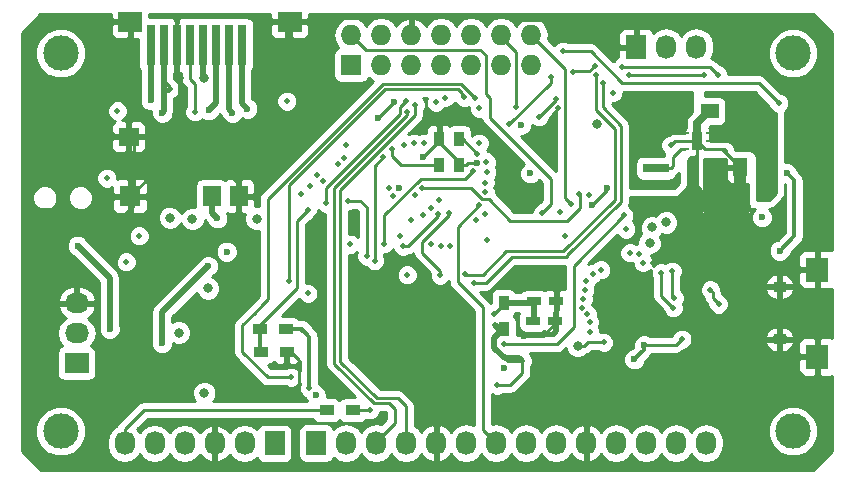
<source format=gbl>
G04 #@! TF.FileFunction,Copper,L4,Bot,Signal*
%FSLAX46Y46*%
G04 Gerber Fmt 4.6, Leading zero omitted, Abs format (unit mm)*
G04 Created by KiCad (PCBNEW 4.0.0-rc1-stable) date 07/11/2015 14:52:38*
%MOMM*%
G01*
G04 APERTURE LIST*
%ADD10C,0.100000*%
%ADD11R,1.250000X1.500000*%
%ADD12R,1.500000X1.250000*%
%ADD13R,1.200000X0.750000*%
%ADD14R,1.727200X2.032000*%
%ADD15O,1.727200X2.032000*%
%ADD16R,1.200000X0.900000*%
%ADD17R,0.900000X1.200000*%
%ADD18R,2.200000X0.800000*%
%ADD19R,1.900000X2.100000*%
%ADD20O,1.300000X1.050000*%
%ADD21R,0.700000X0.250000*%
%ADD22R,0.900000X1.500000*%
%ADD23R,0.800000X3.500000*%
%ADD24R,2.000000X1.700000*%
%ADD25R,1.750000X1.500000*%
%ADD26R,1.800000X1.750000*%
%ADD27R,1.500000X1.750000*%
%ADD28R,1.727200X1.727200*%
%ADD29O,1.727200X1.727200*%
%ADD30C,3.000000*%
%ADD31R,2.032000X1.727200*%
%ADD32O,2.032000X1.727200*%
%ADD33C,0.800000*%
%ADD34C,0.500000*%
%ADD35C,0.600000*%
%ADD36C,0.250000*%
%ADD37C,0.500000*%
%ADD38C,0.700000*%
%ADD39C,1.000000*%
%ADD40C,0.200000*%
%ADD41C,0.300000*%
%ADD42C,0.254000*%
G04 APERTURE END LIST*
D10*
D11*
X181554120Y-91175520D03*
X181554120Y-93675520D03*
D12*
X176448400Y-88905080D03*
X178948400Y-88905080D03*
D13*
X163984900Y-106641900D03*
X165884900Y-106641900D03*
X164050000Y-105000000D03*
X165950000Y-105000000D03*
D14*
X142113000Y-117043200D03*
D15*
X139573000Y-117043200D03*
X137033000Y-117043200D03*
X134493000Y-117043200D03*
X131953000Y-117043200D03*
X129413000Y-117043200D03*
D16*
X146540040Y-114223800D03*
X148740040Y-114223800D03*
D17*
X156032200Y-93444240D03*
X156032200Y-91244240D03*
X157698440Y-91254400D03*
X157698440Y-93454400D03*
D18*
X174376080Y-93746120D03*
X174376080Y-90546120D03*
D17*
X161498280Y-107322800D03*
X161498280Y-105122800D03*
D19*
X188051100Y-109696900D03*
X188051100Y-102316900D03*
D20*
X184871100Y-108231900D03*
X184871100Y-103781900D03*
D14*
X145623280Y-117012720D03*
D15*
X148163280Y-117012720D03*
X150703280Y-117012720D03*
X153243280Y-117012720D03*
X155783280Y-117012720D03*
X158323280Y-117012720D03*
X160863280Y-117012720D03*
X163403280Y-117012720D03*
X165943280Y-117012720D03*
X168483280Y-117012720D03*
X171023280Y-117012720D03*
X173563280Y-117012720D03*
X176103280Y-117012720D03*
X178643280Y-117012720D03*
D16*
X140891080Y-107375960D03*
X143091080Y-107375960D03*
X143121560Y-109275880D03*
X140921560Y-109275880D03*
D21*
X176841440Y-92090000D03*
X176841440Y-91440000D03*
X176841440Y-90790000D03*
X178941440Y-90790000D03*
X178941440Y-91440000D03*
X178941440Y-92090000D03*
D22*
X177891440Y-91440000D03*
D23*
X139326600Y-83328600D03*
X138226600Y-83328600D03*
X137126600Y-83328600D03*
X136026600Y-83328600D03*
X134926600Y-83328600D03*
X133826600Y-83328600D03*
X132726600Y-83328600D03*
X131626600Y-83328600D03*
D24*
X129876600Y-81328600D03*
X143376600Y-81328600D03*
D25*
X129751600Y-91078600D03*
D26*
X129876600Y-96103600D03*
D27*
X139076600Y-96103600D03*
X136776600Y-96103600D03*
D28*
X148584920Y-84993480D03*
D29*
X148584920Y-82453480D03*
X151124920Y-84993480D03*
X151124920Y-82453480D03*
X153664920Y-84993480D03*
X153664920Y-82453480D03*
X156204920Y-84993480D03*
X156204920Y-82453480D03*
X158744920Y-84993480D03*
X158744920Y-82453480D03*
X161284920Y-84993480D03*
X161284920Y-82453480D03*
X163824920Y-84993480D03*
X163824920Y-82453480D03*
D30*
X124000000Y-84000000D03*
X186000000Y-84000000D03*
X186000000Y-116000000D03*
X124000000Y-116000000D03*
D31*
X125349000Y-110236000D03*
D32*
X125349000Y-107696000D03*
X125349000Y-105156000D03*
D14*
X172725080Y-83484720D03*
D15*
X175265080Y-83484720D03*
X177805080Y-83484720D03*
D33*
X169392600Y-89992200D03*
D34*
X170754040Y-87335360D03*
D33*
X173857920Y-100081080D03*
D34*
X174833280Y-102575360D03*
X175874680Y-105577640D03*
X162539680Y-88554560D03*
X165933120Y-87889080D03*
X164485320Y-89382600D03*
D35*
X183118760Y-95839280D03*
X183382920Y-97896680D03*
D33*
X175260000Y-98328480D03*
X174061120Y-98755200D03*
D34*
X138089640Y-107045760D03*
X138699240Y-110764320D03*
X129153920Y-97840800D03*
X129987040Y-103591360D03*
D33*
X134035800Y-86136480D03*
D35*
X140558520Y-101848920D03*
D34*
X139197080Y-98049080D03*
X127853440Y-88940640D03*
X145648680Y-97911920D03*
X166110920Y-88661240D03*
X165653720Y-90215720D03*
X169209720Y-85054440D03*
X167350440Y-85603080D03*
X176149000Y-106928920D03*
X178658520Y-105277920D03*
D35*
X181965600Y-97007680D03*
X182270400Y-98389440D03*
D34*
X180177440Y-97251520D03*
X178145440Y-98125280D03*
X180238400Y-92293440D03*
X175666400Y-91785440D03*
X177896520Y-91897200D03*
X177921920Y-90992960D03*
X174157640Y-101803200D03*
D35*
X148681440Y-98308160D03*
X152603200Y-95377000D03*
X154650440Y-92811600D03*
X159288480Y-93304360D03*
X161528760Y-110672880D03*
X163200080Y-107909360D03*
X143052800Y-84531200D03*
X146588480Y-85689440D03*
X168996360Y-96834960D03*
X170261280Y-95443040D03*
X181142640Y-102001320D03*
D34*
X163245800Y-112760760D03*
X186029600Y-101803200D03*
X184607200Y-102067360D03*
X172344080Y-105156000D03*
X173191340Y-106094700D03*
X171521120Y-105994200D03*
X171466340Y-104369700D03*
X169326560Y-81015840D03*
X157540960Y-81051400D03*
X160050480Y-80939640D03*
X162641280Y-80954880D03*
X165709600Y-81158080D03*
X149758400Y-80980280D03*
X152466040Y-80980280D03*
X154934920Y-80995520D03*
X133278880Y-110053120D03*
X146639280Y-112791240D03*
X138699240Y-112806480D03*
X126822200Y-116956840D03*
X121483120Y-113522760D03*
X124612400Y-118745000D03*
X122321320Y-118577360D03*
X121234200Y-116733320D03*
X127406400Y-118943120D03*
X131236720Y-118856760D03*
X135427720Y-118912640D03*
X139700000Y-118943120D03*
X144840960Y-118968520D03*
X149118320Y-118999000D03*
X152079960Y-118999000D03*
X155067000Y-119080280D03*
X158282640Y-119054880D03*
X161772600Y-118948200D03*
X171069000Y-119024400D03*
X176326800Y-118948200D03*
X177495200Y-114909600D03*
X172278040Y-115255040D03*
X162808920Y-114919760D03*
X183642000Y-117922040D03*
X180787040Y-116738400D03*
X183413400Y-115255040D03*
X180670200Y-118872000D03*
X187035440Y-118607840D03*
X188595000Y-117693440D03*
X188823600Y-116128800D03*
X188203840Y-112389920D03*
X187909200Y-107045760D03*
X187871100Y-104856900D03*
X188849000Y-98938080D03*
X188930280Y-95026480D03*
X188706760Y-89997280D03*
X170210480Y-82285840D03*
X182702200Y-83596480D03*
X180075840Y-82925920D03*
X179654200Y-84576920D03*
X182366920Y-85303360D03*
X185663840Y-86868000D03*
X188315600Y-87203280D03*
X171470320Y-81193640D03*
X176077880Y-81335880D03*
X177866040Y-81335880D03*
X182280560Y-81640680D03*
X187589160Y-81473040D03*
X188625480Y-82925920D03*
X121229120Y-85994240D03*
X121147840Y-83169760D03*
X122468640Y-81401920D03*
X125272800Y-81259680D03*
X127142240Y-81909920D03*
X127345440Y-83779360D03*
X126634240Y-85831680D03*
X124256800Y-87030560D03*
X121777760Y-87436960D03*
X121706640Y-94802960D03*
X124165360Y-94747080D03*
X126400560Y-94716600D03*
X121259600Y-97231200D03*
X127238760Y-97175320D03*
X124139960Y-97317560D03*
X127350520Y-114665760D03*
X125394720Y-113212880D03*
X123301760Y-112461040D03*
X121401840Y-111119920D03*
X121706640Y-109108240D03*
X123047760Y-108798360D03*
X123134120Y-107010200D03*
X121594880Y-106034840D03*
X122128280Y-104104440D03*
X128219200Y-112125760D03*
X172379640Y-95219520D03*
X173050200Y-91729560D03*
X173415960Y-95280480D03*
X174665640Y-91790520D03*
X168701720Y-96027240D03*
D35*
X162991800Y-90083640D03*
X163769040Y-94178120D03*
D34*
X148534120Y-100172520D03*
X160776920Y-107005120D03*
X160644840Y-108854240D03*
X166690040Y-99512120D03*
X169722800Y-102331520D03*
X160934400Y-112105440D03*
X175773080Y-102453440D03*
X175955960Y-104734360D03*
X176601120Y-108219240D03*
X169966640Y-108493560D03*
D33*
X167777160Y-108783120D03*
D34*
X163088320Y-110053120D03*
D35*
X152217120Y-88117680D03*
X150860760Y-89474040D03*
D33*
X135148320Y-98044000D03*
X140594080Y-98013520D03*
D35*
X138054080Y-100807520D03*
D33*
X136474200Y-103906320D03*
D34*
X144942560Y-104343200D03*
D35*
X145623280Y-112938560D03*
D33*
X136138920Y-86116160D03*
X134005320Y-107655360D03*
X136154160Y-112765840D03*
X133258560Y-97942400D03*
D35*
X173375320Y-108717080D03*
X172572680Y-109921040D03*
D34*
X160675320Y-106085640D03*
X152704800Y-99486720D03*
X130647440Y-99466400D03*
X159288480Y-92522040D03*
X152008840Y-92105480D03*
X148193760Y-91765120D03*
X153040080Y-91805760D03*
X166502080Y-83840320D03*
X184795160Y-88234520D03*
X179009040Y-104018080D03*
X179694840Y-105262680D03*
X156982160Y-100340160D03*
X173314360Y-101732080D03*
X173004480Y-101036120D03*
X155371800Y-100152200D03*
X172176440Y-100898960D03*
X156204920Y-100350320D03*
X171846240Y-98897440D03*
X159898080Y-97622360D03*
X169042080Y-102666800D03*
X152146000Y-96057720D03*
X168493440Y-103311960D03*
X159415480Y-88676480D03*
X168386760Y-104038400D03*
X159425640Y-91633040D03*
X168244520Y-104820720D03*
X160050480Y-93207840D03*
X168112440Y-105582720D03*
X160065720Y-94071440D03*
X168600120Y-106100880D03*
X159938720Y-94960440D03*
X168777920Y-106786680D03*
X159938720Y-95783400D03*
X168813480Y-107579160D03*
X160101280Y-99816920D03*
X150169880Y-114198400D03*
X151825960Y-95417640D03*
D35*
X125440440Y-100309680D03*
X128137920Y-107330240D03*
X132567680Y-108569760D03*
X136489440Y-102026720D03*
D34*
X153207720Y-88082120D03*
X146466560Y-96707960D03*
X153355040Y-88971120D03*
X154015440Y-88402160D03*
X159451040Y-96890840D03*
X148300440Y-96484440D03*
X149926040Y-101178360D03*
X150571200Y-101574600D03*
X151302720Y-92811600D03*
X153619200Y-98104960D03*
X154645360Y-97723960D03*
X159176720Y-98089720D03*
X128808480Y-88879680D03*
X155366720Y-97068640D03*
X127914400Y-94589600D03*
X156067760Y-96418400D03*
X156880560Y-97551240D03*
X156118560Y-102798880D03*
X171683680Y-97739200D03*
X161559240Y-108645960D03*
X164790120Y-97505520D03*
X166237920Y-97475040D03*
X158892240Y-93985080D03*
X151348440Y-100126800D03*
X155986480Y-97576640D03*
X165506400Y-86045040D03*
X161970720Y-90037920D03*
X152963880Y-100345240D03*
X167172640Y-96784160D03*
D35*
X185486040Y-94137480D03*
X184871360Y-100721160D03*
D34*
X143362680Y-103296720D03*
X158125160Y-87746840D03*
X153344880Y-102758240D03*
X144459960Y-107396280D03*
X145059400Y-112389920D03*
X153964640Y-96027240D03*
X129560320Y-101660960D03*
X146192240Y-94848680D03*
D35*
X136519920Y-88833960D03*
D34*
X133273800Y-87005160D03*
X156570680Y-87762080D03*
D35*
X132603240Y-89047320D03*
D34*
X155803600Y-88173560D03*
D35*
X131627880Y-87985600D03*
D34*
X147949920Y-92847160D03*
D35*
X139801600Y-88696800D03*
D34*
X147472400Y-93416120D03*
D35*
X138541760Y-89042240D03*
X137261600Y-97988120D03*
D34*
X167843200Y-95930720D03*
X154579320Y-95432880D03*
X143134080Y-88056720D03*
X144901920Y-97307400D03*
X159039560Y-87762080D03*
X143530320Y-111434880D03*
X153903680Y-91638120D03*
X145100040Y-95265240D03*
X144338040Y-95890080D03*
X154746960Y-91638120D03*
X179628800Y-85831680D03*
X171556680Y-85145880D03*
X158206440Y-102732840D03*
X169285920Y-85852000D03*
X178445160Y-85831680D03*
X172105320Y-85877400D03*
X159009080Y-103418640D03*
X169880280Y-86547960D03*
X145689320Y-94345760D03*
X135351520Y-88981280D03*
D36*
X174833280Y-104536240D02*
X174833280Y-102575360D01*
X175874680Y-105577640D02*
X174833280Y-104536240D01*
X178941440Y-91440000D02*
X181289640Y-91440000D01*
X181289640Y-91440000D02*
X181554120Y-91175520D01*
X178941440Y-90790000D02*
X181168600Y-90790000D01*
X181168600Y-90790000D02*
X181554120Y-91175520D01*
X162539680Y-83860640D02*
X162539680Y-88554560D01*
X161284920Y-82605880D02*
X162539680Y-83860640D01*
X165933120Y-87934800D02*
X165933120Y-87889080D01*
X164485320Y-89382600D02*
X165933120Y-87934800D01*
X161284920Y-82453480D02*
X161284920Y-82605880D01*
X138089640Y-107045760D02*
X138089640Y-110154720D01*
X138089640Y-110154720D02*
X138699240Y-110764320D01*
X129987040Y-103591360D02*
X129987040Y-102753160D01*
X129987040Y-102753160D02*
X130677920Y-102062280D01*
X130677920Y-102062280D02*
X130677920Y-101061520D01*
X130677920Y-101061520D02*
X129153920Y-99537520D01*
X129153920Y-99537520D02*
X129153920Y-97840800D01*
X134035800Y-86136480D02*
X134035800Y-91135200D01*
D37*
X133826600Y-85927280D02*
X134035800Y-86136480D01*
X133826600Y-84328600D02*
X133826600Y-85927280D01*
D36*
X133979200Y-91078600D02*
X130051600Y-91078600D01*
X134035800Y-91135200D02*
X133979200Y-91078600D01*
X130176600Y-95803600D02*
X130176600Y-91203600D01*
X130176600Y-91203600D02*
X130051600Y-91078600D01*
X139076600Y-95803600D02*
X139076600Y-95043160D01*
X132071320Y-93908880D02*
X130176600Y-95803600D01*
X137942320Y-93908880D02*
X132071320Y-93908880D01*
X139076600Y-95043160D02*
X137942320Y-93908880D01*
X139197080Y-98049080D02*
X139197080Y-100487480D01*
X139076600Y-97928600D02*
X139197080Y-98049080D01*
X139076600Y-97928600D02*
X139076600Y-95803600D01*
X139197080Y-100487480D02*
X140558520Y-101848920D01*
X129153920Y-97840800D02*
X127904240Y-97840800D01*
X130176600Y-96818120D02*
X129153920Y-97840800D01*
X127904240Y-97840800D02*
X127238760Y-97175320D01*
X127853440Y-88940640D02*
X127853440Y-87050880D01*
X128711240Y-91078600D02*
X127853440Y-90220800D01*
X127853440Y-90220800D02*
X127853440Y-88940640D01*
X130051600Y-91078600D02*
X128711240Y-91078600D01*
X127853440Y-87050880D02*
X126634240Y-85831680D01*
X130176600Y-95803600D02*
X130176600Y-96818120D01*
X165653720Y-89118440D02*
X166110920Y-88661240D01*
X165653720Y-90215720D02*
X165653720Y-89118440D01*
X168742360Y-85521800D02*
X169209720Y-85054440D01*
X167431720Y-85521800D02*
X168742360Y-85521800D01*
X167350440Y-85603080D02*
X167431720Y-85521800D01*
X178658520Y-105277920D02*
X177800000Y-105277920D01*
X177800000Y-105277920D02*
X176149000Y-106928920D01*
X178658520Y-105277920D02*
X178663600Y-105283000D01*
D38*
X178948400Y-88905080D02*
X178927760Y-88905080D01*
X178927760Y-88905080D02*
X177891440Y-89941400D01*
X177891440Y-89941400D02*
X177891440Y-91440000D01*
D36*
X177891440Y-91440000D02*
X177891440Y-93243400D01*
X181315360Y-98389440D02*
X182270400Y-98389440D01*
X180177440Y-97251520D02*
X181315360Y-98389440D01*
X177860960Y-97840800D02*
X178145440Y-98125280D01*
X177860960Y-93273880D02*
X177860960Y-97840800D01*
X177891440Y-93243400D02*
X177860960Y-93273880D01*
D39*
X181554120Y-93675520D02*
X181554120Y-96596200D01*
X181554120Y-96596200D02*
X181965600Y-97007680D01*
D36*
X180238400Y-92293440D02*
X180238400Y-92359800D01*
X180034960Y-92090000D02*
X180238400Y-92293440D01*
X178941440Y-92090000D02*
X180034960Y-92090000D01*
X180238400Y-92359800D02*
X181554120Y-93675520D01*
X176841440Y-91440000D02*
X176011840Y-91440000D01*
X176011840Y-91440000D02*
X175666400Y-91785440D01*
X178941440Y-92090000D02*
X178541440Y-92090000D01*
X178541440Y-92090000D02*
X177891440Y-91440000D01*
X177896520Y-91897200D02*
X177891440Y-91892120D01*
X177891440Y-91892120D02*
X177891440Y-91440000D01*
X177921920Y-90992960D02*
X177891440Y-91023440D01*
X177891440Y-91023440D02*
X177891440Y-91440000D01*
X176841440Y-91440000D02*
X177891440Y-91440000D01*
X179801520Y-100660200D02*
X179801520Y-99171760D01*
X179801520Y-99171760D02*
X181965600Y-97007680D01*
X174157640Y-101803200D02*
X174157640Y-101706680D01*
X179801520Y-100660200D02*
X181142640Y-102001320D01*
X175204120Y-100660200D02*
X179801520Y-100660200D01*
X174157640Y-101706680D02*
X175204120Y-100660200D01*
X154650440Y-92776040D02*
X156032200Y-91394280D01*
X154650440Y-92776040D02*
X154650440Y-92811600D01*
X156032200Y-91244240D02*
X156032200Y-91394280D01*
X157698440Y-93454400D02*
X158315480Y-93454400D01*
X158465520Y-93304360D02*
X159288480Y-93304360D01*
X158315480Y-93454400D02*
X158465520Y-93304360D01*
X157698440Y-93454400D02*
X157698440Y-93218000D01*
X157698440Y-93218000D02*
X156032200Y-91551760D01*
X156032200Y-91551760D02*
X156032200Y-91244240D01*
X165884900Y-106641900D02*
X165884900Y-106870460D01*
X165884900Y-106870460D02*
X164846000Y-107909360D01*
X164846000Y-107909360D02*
X163200080Y-107909360D01*
X165950000Y-105000000D02*
X165950000Y-106576800D01*
X165950000Y-106576800D02*
X165884900Y-106641900D01*
X130176600Y-81328600D02*
X127723560Y-81328600D01*
X127723560Y-81328600D02*
X127142240Y-81909920D01*
X143076600Y-84507400D02*
X143076600Y-81328600D01*
X143052800Y-84531200D02*
X143076600Y-84507400D01*
X146568160Y-85669120D02*
X146568160Y-80980280D01*
X146588480Y-85689440D02*
X146568160Y-85669120D01*
X170261280Y-95443040D02*
X170261280Y-95570040D01*
X170261280Y-95570040D02*
X168996360Y-96834960D01*
X163271200Y-112786160D02*
X163281360Y-112786160D01*
X163245800Y-112760760D02*
X163271200Y-112786160D01*
X186029600Y-101803200D02*
X185765440Y-102067360D01*
X185765440Y-102067360D02*
X184607200Y-102067360D01*
D40*
X173187360Y-106095800D02*
X173190240Y-106095800D01*
X173190240Y-106095800D02*
X173191340Y-106094700D01*
X171465240Y-104373680D02*
X171465240Y-104370800D01*
X171465240Y-104370800D02*
X171466340Y-104369700D01*
D36*
X169367200Y-81056480D02*
X169387520Y-81056480D01*
X169326560Y-81015840D02*
X169367200Y-81056480D01*
X157540960Y-81051400D02*
X157652720Y-80939640D01*
X157652720Y-80939640D02*
X160050480Y-80939640D01*
X162641280Y-80954880D02*
X162844480Y-81158080D01*
X162844480Y-81158080D02*
X165709600Y-81158080D01*
X146568160Y-80980280D02*
X149758400Y-80980280D01*
X152466040Y-80980280D02*
X152481280Y-80995520D01*
X152481280Y-80995520D02*
X154934920Y-80995520D01*
X146034760Y-80980280D02*
X146568160Y-80980280D01*
X143076600Y-81328600D02*
X145686440Y-81328600D01*
X145686440Y-81328600D02*
X146034760Y-80980280D01*
X133339840Y-110053120D02*
X133339840Y-109992160D01*
X133258560Y-110134400D02*
X133339840Y-110053120D01*
X133258560Y-110073440D02*
X133258560Y-110134400D01*
X133278880Y-110053120D02*
X133258560Y-110073440D01*
X146685000Y-112836960D02*
X146654520Y-112806480D01*
X146639280Y-112791240D02*
X146685000Y-112836960D01*
X143121560Y-109275880D02*
X143504920Y-109275880D01*
X143504920Y-109275880D02*
X144216120Y-109987080D01*
X144216120Y-109987080D02*
X144216120Y-112090200D01*
X144216120Y-112090200D02*
X143499840Y-112806480D01*
X143499840Y-112806480D02*
X138699240Y-112806480D01*
X127406400Y-118943120D02*
X127406400Y-117541040D01*
X127406400Y-117541040D02*
X126822200Y-116956840D01*
X180670200Y-118872000D02*
X176403000Y-118872000D01*
X121483120Y-113522760D02*
X121457720Y-113522760D01*
X127406400Y-118943120D02*
X127208280Y-118745000D01*
X127208280Y-118745000D02*
X124612400Y-118745000D01*
X122321320Y-118577360D02*
X121234200Y-117490240D01*
X121234200Y-117490240D02*
X121234200Y-116733320D01*
X135371840Y-118856760D02*
X131236720Y-118856760D01*
X135427720Y-118912640D02*
X135371840Y-118856760D01*
X144815560Y-118943120D02*
X139700000Y-118943120D01*
X144840960Y-118968520D02*
X144815560Y-118943120D01*
X152079960Y-118999000D02*
X149118320Y-118999000D01*
X158257240Y-119080280D02*
X155067000Y-119080280D01*
X158282640Y-119054880D02*
X158257240Y-119080280D01*
X170992800Y-118948200D02*
X161772600Y-118948200D01*
X171069000Y-119024400D02*
X170992800Y-118948200D01*
X176403000Y-118872000D02*
X176326800Y-118948200D01*
X162778440Y-114889280D02*
X162778440Y-114818160D01*
X177495200Y-114909600D02*
X177149760Y-115255040D01*
X177149760Y-115255040D02*
X172278040Y-115255040D01*
X162808920Y-114919760D02*
X162778440Y-114889280D01*
X180670200Y-118872000D02*
X181620160Y-117922040D01*
X181620160Y-117922040D02*
X183642000Y-117922040D01*
X180787040Y-116738400D02*
X182270400Y-115255040D01*
X182270400Y-115255040D02*
X183413400Y-115255040D01*
X187680600Y-118607840D02*
X187035440Y-118607840D01*
X188595000Y-117693440D02*
X187680600Y-118607840D01*
X188823600Y-113009680D02*
X188823600Y-116128800D01*
X188203840Y-112389920D02*
X188823600Y-113009680D01*
X187878720Y-104851200D02*
X187876800Y-104851200D01*
X187876800Y-104851200D02*
X187871100Y-104856900D01*
X188813440Y-98902520D02*
X188813440Y-98856800D01*
X188849000Y-98938080D02*
X188813440Y-98902520D01*
X188930280Y-90220800D02*
X188930280Y-95026480D01*
X188706760Y-89997280D02*
X188930280Y-90220800D01*
X172725080Y-83484720D02*
X171409360Y-83484720D01*
X171409360Y-83484720D02*
X170210480Y-82285840D01*
X180746400Y-83596480D02*
X182702200Y-83596480D01*
X180075840Y-82925920D02*
X180746400Y-83596480D01*
X181640480Y-84576920D02*
X179654200Y-84576920D01*
X182366920Y-85303360D02*
X181640480Y-84576920D01*
X187980320Y-86868000D02*
X185663840Y-86868000D01*
X188315600Y-87203280D02*
X187980320Y-86868000D01*
X171470320Y-81193640D02*
X171612560Y-81335880D01*
X171612560Y-81335880D02*
X176077880Y-81335880D01*
X177866040Y-81335880D02*
X178170840Y-81640680D01*
X178170840Y-81640680D02*
X182280560Y-81640680D01*
X187589160Y-81473040D02*
X188625480Y-82509360D01*
X188625480Y-82509360D02*
X188625480Y-82925920D01*
X121147840Y-82722720D02*
X121147840Y-83169760D01*
X122468640Y-81401920D02*
X121147840Y-82722720D01*
X126492000Y-81259680D02*
X125272800Y-81259680D01*
X127142240Y-81909920D02*
X126492000Y-81259680D01*
X127345440Y-85120480D02*
X127345440Y-83779360D01*
X126634240Y-85831680D02*
X127345440Y-85120480D01*
X122184160Y-87030560D02*
X124256800Y-87030560D01*
X121777760Y-87436960D02*
X122184160Y-87030560D01*
X121706640Y-94802960D02*
X121762520Y-94747080D01*
X121762520Y-94747080D02*
X124165360Y-94747080D01*
X126400560Y-94716600D02*
X127238760Y-95554800D01*
X127238760Y-95554800D02*
X127238760Y-97175320D01*
X124139960Y-97317560D02*
X124053600Y-97231200D01*
X124053600Y-97231200D02*
X121259600Y-97231200D01*
X125349000Y-105156000D02*
X123179840Y-105156000D01*
X126847600Y-114665760D02*
X127350520Y-114665760D01*
X125394720Y-113212880D02*
X126847600Y-114665760D01*
X122742960Y-112461040D02*
X123301760Y-112461040D01*
X121401840Y-111119920D02*
X122742960Y-112461040D01*
X122737880Y-109108240D02*
X121706640Y-109108240D01*
X123047760Y-108798360D02*
X122737880Y-109108240D01*
X122570240Y-107010200D02*
X123134120Y-107010200D01*
X121594880Y-106034840D02*
X122570240Y-107010200D01*
X123179840Y-105156000D02*
X122128280Y-104104440D01*
X129809240Y-113715800D02*
X130479800Y-113715800D01*
X128219200Y-112125760D02*
X129809240Y-113715800D01*
X172379640Y-95219520D02*
X173355000Y-95219520D01*
X173034960Y-91729560D02*
X172257720Y-92506800D01*
X172257720Y-92506800D02*
X172257720Y-95097600D01*
X172257720Y-95097600D02*
X172379640Y-95219520D01*
X173050200Y-91729560D02*
X173034960Y-91729560D01*
X173355000Y-95219520D02*
X173415960Y-95280480D01*
X174376080Y-90546120D02*
X174233640Y-90546120D01*
X174233640Y-90546120D02*
X173050200Y-91729560D01*
X173050200Y-91729560D02*
X173034960Y-91744800D01*
X174376080Y-90546120D02*
X174376080Y-91500960D01*
X174376080Y-91500960D02*
X174665640Y-91790520D01*
D37*
X160776920Y-107005120D02*
X161094600Y-107322800D01*
X161094600Y-107322800D02*
X161498280Y-107322800D01*
X161498280Y-107322800D02*
X161434600Y-107322800D01*
X161434600Y-107322800D02*
X160644840Y-108112560D01*
X160644840Y-108112560D02*
X160644840Y-108854240D01*
X160644840Y-108854240D02*
X160797240Y-109006640D01*
D36*
X163088320Y-110053120D02*
X163088320Y-111079280D01*
X162062160Y-112105440D02*
X160934400Y-112105440D01*
X163088320Y-111079280D02*
X162062160Y-112105440D01*
X175773080Y-104551480D02*
X175773080Y-102453440D01*
X175955960Y-104734360D02*
X175773080Y-104551480D01*
X173375320Y-108717080D02*
X176103280Y-108717080D01*
X176103280Y-108717080D02*
X176601120Y-108219240D01*
X176448400Y-88905080D02*
X176448400Y-90396960D01*
X176448400Y-90396960D02*
X176841440Y-90790000D01*
X176448400Y-88905080D02*
X175371760Y-88905080D01*
X174376080Y-89900760D02*
X174376080Y-90546120D01*
X175371760Y-88905080D02*
X174376080Y-89900760D01*
X176841440Y-90790000D02*
X176047640Y-90790000D01*
X176047640Y-90790000D02*
X175803760Y-90546120D01*
X175803760Y-90546120D02*
X174376080Y-90546120D01*
X169966640Y-108493560D02*
X168615360Y-108493560D01*
X168325800Y-108783120D02*
X167777160Y-108783120D01*
X168615360Y-108493560D02*
X168325800Y-108783120D01*
D37*
X160797240Y-109006640D02*
X161579560Y-109788960D01*
X162824160Y-109788960D02*
X163088320Y-110053120D01*
X161579560Y-109788960D02*
X162824160Y-109788960D01*
D36*
X161843720Y-110053120D02*
X163088320Y-110053120D01*
X160797240Y-109006640D02*
X161843720Y-110053120D01*
X152217120Y-88117680D02*
X150860760Y-89474040D01*
X145623280Y-112938560D02*
X145618200Y-112943640D01*
D37*
X136026600Y-84328600D02*
X136026600Y-86003840D01*
X136026600Y-86003840D02*
X136138920Y-86116160D01*
D41*
X173375320Y-109118400D02*
X173375320Y-108717080D01*
X172572680Y-109921040D02*
X173375320Y-109118400D01*
D36*
X160675320Y-106085640D02*
X161498280Y-105262680D01*
D37*
X161498280Y-105122800D02*
X163927200Y-105122800D01*
X163927200Y-105122800D02*
X164050000Y-105000000D01*
D36*
X161498280Y-105262680D02*
X161498280Y-105122800D01*
D37*
X164050000Y-105000000D02*
X164050000Y-106576800D01*
D36*
X164050000Y-106576800D02*
X163984900Y-106641900D01*
X163974600Y-104924600D02*
X164050000Y-105000000D01*
X159288480Y-92522040D02*
X158020840Y-91254400D01*
X158020840Y-91254400D02*
X157698440Y-91254400D01*
X155981400Y-93495040D02*
X155336240Y-93495040D01*
X152008840Y-92105480D02*
X152064720Y-92161360D01*
X152064720Y-92161360D02*
X152064720Y-92710000D01*
X152064720Y-92710000D02*
X152849760Y-93495040D01*
X152849760Y-93495040D02*
X154028320Y-93495040D01*
X154028320Y-93495040D02*
X155336240Y-93495040D01*
X155981400Y-93495040D02*
X156032200Y-93444240D01*
X153045160Y-91800680D02*
X153050240Y-91800680D01*
X153040080Y-91805760D02*
X153045160Y-91800680D01*
X129413000Y-117043200D02*
X129413000Y-115849400D01*
X131038600Y-114223800D02*
X146540040Y-114223800D01*
X129413000Y-115849400D02*
X131038600Y-114223800D01*
X166502080Y-83840320D02*
X168859200Y-83840320D01*
X183088280Y-86527640D02*
X184795160Y-88234520D01*
X171546520Y-86527640D02*
X183088280Y-86527640D01*
X168859200Y-83840320D02*
X171546520Y-86527640D01*
X179191920Y-104200960D02*
X179009040Y-104018080D01*
X179191920Y-104759760D02*
X179191920Y-104200960D01*
X179694840Y-105262680D02*
X179191920Y-104759760D01*
X150144480Y-114223800D02*
X150169880Y-114198400D01*
X150144480Y-114223800D02*
X148740040Y-114223800D01*
D37*
X125440440Y-100309680D02*
X128137920Y-103007160D01*
X128137920Y-103007160D02*
X128137920Y-107330240D01*
D36*
X176841440Y-92090000D02*
X176520080Y-92090000D01*
X176520080Y-92090000D02*
X175818800Y-92791280D01*
X175818800Y-92791280D02*
X175818800Y-93573600D01*
X175818800Y-93573600D02*
X175646280Y-93746120D01*
X175646280Y-93746120D02*
X174376080Y-93746120D01*
D37*
X132567680Y-105948480D02*
X132567680Y-108569760D01*
X136489440Y-102026720D02*
X132567680Y-105948480D01*
D36*
X146466560Y-96707960D02*
X146466560Y-95422720D01*
X152730200Y-88559640D02*
X153207720Y-88082120D01*
X152730200Y-89159080D02*
X152730200Y-88559640D01*
X146466560Y-95422720D02*
X152730200Y-89159080D01*
X147177760Y-95448120D02*
X147177760Y-95422720D01*
X147177760Y-95422720D02*
X153355040Y-89245440D01*
X153355040Y-89245440D02*
X153355040Y-88971120D01*
X147177760Y-110281720D02*
X147177760Y-95448120D01*
X150548762Y-113652722D02*
X147177760Y-110281720D01*
X151836120Y-113652722D02*
X150548762Y-113652722D01*
X152273000Y-114089602D02*
X151836120Y-113652722D01*
X152273000Y-115310920D02*
X152273000Y-114089602D01*
X152273000Y-115310920D02*
X150703280Y-116880640D01*
X150703280Y-117012720D02*
X150703280Y-116880640D01*
X147685760Y-95570040D02*
X147685760Y-95551118D01*
X153243280Y-113888520D02*
X152557480Y-113202720D01*
X152557480Y-113202720D02*
X150774400Y-113202720D01*
X150774400Y-113202720D02*
X147685760Y-110114080D01*
X147685760Y-110114080D02*
X147685760Y-95570040D01*
X153243280Y-117012720D02*
X153243280Y-113888520D01*
X154015440Y-89221438D02*
X154015440Y-88402160D01*
X147685760Y-95551118D02*
X154015440Y-89221438D01*
X157601920Y-103057960D02*
X157601920Y-103378000D01*
X157601920Y-103057960D02*
X157601920Y-98739960D01*
X157601920Y-98739960D02*
X159451040Y-96890840D01*
X159715200Y-115864640D02*
X160863280Y-117012720D01*
X159715200Y-105491280D02*
X159715200Y-115864640D01*
X157601920Y-103378000D02*
X159715200Y-105491280D01*
X149926040Y-101178360D02*
X149926040Y-97058480D01*
X149352000Y-96484440D02*
X148300440Y-96484440D01*
X149926040Y-97058480D02*
X149352000Y-96484440D01*
X150571200Y-101574600D02*
X150571200Y-93543120D01*
X150571200Y-93543120D02*
X151302720Y-92811600D01*
X154645360Y-97723960D02*
X154665680Y-97723960D01*
X156067760Y-96418400D02*
X156067760Y-96423480D01*
X156118560Y-102412800D02*
X154594560Y-100888800D01*
X154594560Y-100888800D02*
X154594560Y-99994720D01*
X154594560Y-99994720D02*
X156880560Y-97708720D01*
X156880560Y-97708720D02*
X156880560Y-97551240D01*
X156118560Y-102798880D02*
X156118560Y-102412800D01*
X165978840Y-108645960D02*
X167436800Y-107188000D01*
X167436800Y-107188000D02*
X167436800Y-101986080D01*
X167436800Y-101986080D02*
X171683680Y-97739200D01*
X161559240Y-108645960D02*
X165978840Y-108645960D01*
X149844760Y-83713320D02*
X148584920Y-82453480D01*
X159517080Y-83713320D02*
X149844760Y-83713320D01*
X159989520Y-84185760D02*
X159517080Y-83713320D01*
X159989520Y-87431880D02*
X159989520Y-84185760D01*
X160350200Y-87792560D02*
X159989520Y-87431880D01*
X160350200Y-89468960D02*
X160350200Y-87792560D01*
X165547040Y-94665800D02*
X160350200Y-89468960D01*
X165547040Y-96748600D02*
X165547040Y-94665800D01*
X164790120Y-97505520D02*
X165547040Y-96748600D01*
X151363680Y-97734120D02*
X154472640Y-94625160D01*
X154472640Y-94625160D02*
X158252160Y-94625160D01*
X158252160Y-94625160D02*
X158892240Y-93985080D01*
X151348440Y-100126800D02*
X151348440Y-97734120D01*
X151348440Y-97734120D02*
X151363680Y-97734120D01*
X155986480Y-97576640D02*
X155986480Y-97774760D01*
X165506400Y-86045040D02*
X165506400Y-86502240D01*
X165506400Y-86502240D02*
X161970720Y-90037920D01*
X153416000Y-100345240D02*
X152963880Y-100345240D01*
X155986480Y-97774760D02*
X153416000Y-100345240D01*
X166690040Y-85318600D02*
X163824920Y-82453480D01*
X166690040Y-96301560D02*
X166690040Y-85318600D01*
X167172640Y-96784160D02*
X166690040Y-96301560D01*
D41*
X186110880Y-94762320D02*
X185486040Y-94137480D01*
X186110880Y-99481640D02*
X186110880Y-94762320D01*
X184871360Y-100721160D02*
X186110880Y-99481640D01*
D36*
X143362680Y-95154878D02*
X143362680Y-103296720D01*
X151453556Y-87064002D02*
X143362680Y-95154878D01*
X157665842Y-87064002D02*
X151453556Y-87064002D01*
X157946661Y-87344821D02*
X157665842Y-87064002D01*
X157946661Y-87568341D02*
X157946661Y-87344821D01*
X158125160Y-87746840D02*
X157946661Y-87568341D01*
D41*
X143091080Y-107375960D02*
X144439640Y-107375960D01*
X145059400Y-107995720D02*
X145059400Y-112389920D01*
X144439640Y-107375960D02*
X145059400Y-107995720D01*
D37*
X137126600Y-88227280D02*
X137126600Y-84328600D01*
X136519920Y-88833960D02*
X137126600Y-88227280D01*
D36*
X133273800Y-87005160D02*
X133273800Y-86888320D01*
X133273800Y-86888320D02*
X132726600Y-86341120D01*
X133055360Y-87223600D02*
X133273800Y-87005160D01*
X132726600Y-87223600D02*
X133055360Y-87223600D01*
D37*
X132726600Y-88923960D02*
X132726600Y-87223600D01*
X132726600Y-87223600D02*
X132726600Y-86341120D01*
X132726600Y-86341120D02*
X132726600Y-84328600D01*
X132603240Y-89047320D02*
X132726600Y-88923960D01*
X131626600Y-87984320D02*
X131626600Y-84328600D01*
X131627880Y-87985600D02*
X131626600Y-87984320D01*
X139326600Y-88221800D02*
X139326600Y-84328600D01*
X139801600Y-88696800D02*
X139326600Y-88221800D01*
X138226600Y-88727080D02*
X138226600Y-84328600D01*
X138541760Y-89042240D02*
X138226600Y-88727080D01*
X137261600Y-97988120D02*
X136776600Y-97503120D01*
X136776600Y-97503120D02*
X136776600Y-95803600D01*
D36*
X167843200Y-95930720D02*
X168005760Y-96093280D01*
X168005760Y-96093280D02*
X168005760Y-97094040D01*
X168005760Y-97094040D02*
X166893240Y-98206560D01*
X166893240Y-98206560D02*
X162077400Y-98206560D01*
X162077400Y-98206560D02*
X160233360Y-96362520D01*
X160233360Y-96362520D02*
X159689800Y-96362520D01*
X159689800Y-96362520D02*
X158760160Y-95432880D01*
X158760160Y-95432880D02*
X154579320Y-95432880D01*
X144028160Y-103901240D02*
X140891080Y-107038320D01*
X144028160Y-98181160D02*
X144028160Y-103901240D01*
X144901920Y-97307400D02*
X144028160Y-98181160D01*
X140891080Y-107038320D02*
X140891080Y-107375960D01*
D41*
X140891080Y-107375960D02*
X140891080Y-109245400D01*
X140891080Y-109245400D02*
X140921560Y-109275880D01*
D36*
X140411200Y-105968800D02*
X141051280Y-105328720D01*
X159039560Y-87762080D02*
X157891480Y-86614000D01*
X157891480Y-86614000D02*
X151267160Y-86614000D01*
X151267160Y-86614000D02*
X143555720Y-94325440D01*
X141533880Y-96347280D02*
X143555720Y-94325440D01*
X141533880Y-104846120D02*
X141533880Y-96347280D01*
X141051280Y-105328720D02*
X141533880Y-104846120D01*
X141518640Y-111434880D02*
X143530320Y-111434880D01*
X139354560Y-109270800D02*
X141518640Y-111434880D01*
X139354560Y-107025440D02*
X139354560Y-109270800D01*
X140411200Y-105968800D02*
X139354560Y-107025440D01*
X145100040Y-95265240D02*
X145069560Y-95295720D01*
X178958240Y-85161120D02*
X179628800Y-85831680D01*
X171571920Y-85161120D02*
X178958240Y-85161120D01*
X171556680Y-85145880D02*
X171571920Y-85161120D01*
X166519882Y-100779558D02*
X166519882Y-100769398D01*
X159758380Y-102760780D02*
X161739602Y-100779558D01*
X161739602Y-100779558D02*
X166519882Y-100779558D01*
X158206440Y-102732840D02*
X158234380Y-102760780D01*
X158234380Y-102760780D02*
X159758380Y-102760780D01*
X169285920Y-88778080D02*
X169285920Y-85852000D01*
X170891200Y-90383360D02*
X169285920Y-88778080D01*
X170891200Y-96398080D02*
X170891200Y-90383360D01*
X166519882Y-100769398D02*
X170891200Y-96398080D01*
X172151040Y-85831680D02*
X178445160Y-85831680D01*
X172105320Y-85877400D02*
X172151040Y-85831680D01*
X166888160Y-101254560D02*
X166888160Y-101117400D01*
X166888160Y-101254560D02*
X162168840Y-101254560D01*
X162168840Y-101254560D02*
X160002220Y-103421180D01*
X159009080Y-103418640D02*
X159011620Y-103421180D01*
X159011620Y-103421180D02*
X160002220Y-103421180D01*
X169880280Y-88590120D02*
X169880280Y-86547960D01*
X171419520Y-90129360D02*
X169880280Y-88590120D01*
X171419520Y-96586040D02*
X171419520Y-90129360D01*
X166888160Y-101117400D02*
X171419520Y-96586040D01*
X145689320Y-94345760D02*
X145674080Y-94345760D01*
X135351520Y-88981280D02*
X135351520Y-86583520D01*
X135351520Y-86583520D02*
X134926600Y-86158600D01*
X134926600Y-86158600D02*
X134926600Y-84328600D01*
D42*
G36*
X128241600Y-81042850D02*
X128400350Y-81201600D01*
X129749600Y-81201600D01*
X129749600Y-81181600D01*
X130003600Y-81181600D01*
X130003600Y-81201600D01*
X130023600Y-81201600D01*
X130023600Y-81455600D01*
X130003600Y-81455600D01*
X130003600Y-82654850D01*
X130162350Y-82813600D01*
X130579160Y-82813600D01*
X130579160Y-85078600D01*
X130623438Y-85313917D01*
X130741600Y-85497546D01*
X130741600Y-87681861D01*
X130693042Y-87798801D01*
X130692718Y-88170767D01*
X130834763Y-88514543D01*
X131097553Y-88777792D01*
X131441081Y-88920438D01*
X131668350Y-88920636D01*
X131668078Y-89232487D01*
X131810123Y-89576263D01*
X132072913Y-89839512D01*
X132416441Y-89982158D01*
X132788407Y-89982482D01*
X133132183Y-89840437D01*
X133395432Y-89577647D01*
X133496694Y-89333783D01*
X133544233Y-89262635D01*
X133611600Y-88923960D01*
X133611600Y-87823155D01*
X133774457Y-87755864D01*
X134023629Y-87507127D01*
X134158646Y-87181970D01*
X134158953Y-86829895D01*
X134024504Y-86504503D01*
X133775767Y-86255331D01*
X133672898Y-86212616D01*
X133611600Y-86151318D01*
X133611600Y-85642850D01*
X133699600Y-85554850D01*
X133699600Y-85364782D01*
X133723031Y-85330490D01*
X133774040Y-85078600D01*
X133774040Y-81578600D01*
X133879160Y-81578600D01*
X133879160Y-85078600D01*
X133923438Y-85313917D01*
X133953600Y-85360790D01*
X133953600Y-85554850D01*
X134112350Y-85713600D01*
X134166600Y-85713600D01*
X134166600Y-86158600D01*
X134224452Y-86449439D01*
X134389199Y-86696001D01*
X134591520Y-86898322D01*
X134591520Y-88503807D01*
X134466674Y-88804470D01*
X134466367Y-89156545D01*
X134600816Y-89481937D01*
X134849553Y-89731109D01*
X135174710Y-89866126D01*
X135526785Y-89866433D01*
X135852177Y-89731984D01*
X135973921Y-89610453D01*
X135989593Y-89626152D01*
X136333121Y-89768798D01*
X136705087Y-89769122D01*
X137048863Y-89627077D01*
X137312112Y-89364287D01*
X137362486Y-89242974D01*
X137461333Y-89144127D01*
X137560317Y-89292268D01*
X137600810Y-89352870D01*
X137699016Y-89451075D01*
X137748643Y-89571183D01*
X138011433Y-89834432D01*
X138354961Y-89977078D01*
X138726927Y-89977402D01*
X139070703Y-89835357D01*
X139333952Y-89572567D01*
X139354334Y-89523482D01*
X139614801Y-89631638D01*
X139986767Y-89631962D01*
X140330543Y-89489917D01*
X140593792Y-89227127D01*
X140736438Y-88883599D01*
X140736762Y-88511633D01*
X140621215Y-88231985D01*
X142248927Y-88231985D01*
X142383376Y-88557377D01*
X142632113Y-88806549D01*
X142957270Y-88941566D01*
X143309345Y-88941873D01*
X143634737Y-88807424D01*
X143883909Y-88558687D01*
X144018926Y-88233530D01*
X144019233Y-87881455D01*
X143884784Y-87556063D01*
X143636047Y-87306891D01*
X143310890Y-87171874D01*
X142958815Y-87171567D01*
X142633423Y-87306016D01*
X142384251Y-87554753D01*
X142249234Y-87879910D01*
X142248927Y-88231985D01*
X140621215Y-88231985D01*
X140594717Y-88167857D01*
X140331927Y-87904608D01*
X140211600Y-87854644D01*
X140211600Y-85493575D01*
X140323031Y-85330490D01*
X140374040Y-85078600D01*
X140374040Y-81614350D01*
X141741600Y-81614350D01*
X141741600Y-82304910D01*
X141838273Y-82538299D01*
X142016902Y-82716927D01*
X142250291Y-82813600D01*
X143090850Y-82813600D01*
X143249600Y-82654850D01*
X143249600Y-81455600D01*
X143503600Y-81455600D01*
X143503600Y-82654850D01*
X143662350Y-82813600D01*
X144502909Y-82813600D01*
X144736298Y-82716927D01*
X144914927Y-82538299D01*
X145011600Y-82304910D01*
X145011600Y-81614350D01*
X144852850Y-81455600D01*
X143503600Y-81455600D01*
X143249600Y-81455600D01*
X141900350Y-81455600D01*
X141741600Y-81614350D01*
X140374040Y-81614350D01*
X140374040Y-81578600D01*
X140329762Y-81343283D01*
X140190690Y-81127159D01*
X139978490Y-80982169D01*
X139726600Y-80931160D01*
X138926600Y-80931160D01*
X138771093Y-80960421D01*
X138626600Y-80931160D01*
X137826600Y-80931160D01*
X137671093Y-80960421D01*
X137526600Y-80931160D01*
X136726600Y-80931160D01*
X136571093Y-80960421D01*
X136426600Y-80931160D01*
X135626600Y-80931160D01*
X135471093Y-80960421D01*
X135326600Y-80931160D01*
X134526600Y-80931160D01*
X134386513Y-80957519D01*
X134352909Y-80943600D01*
X134112350Y-80943600D01*
X133953600Y-81102350D01*
X133953600Y-81292418D01*
X133930169Y-81326710D01*
X133879160Y-81578600D01*
X133774040Y-81578600D01*
X133729762Y-81343283D01*
X133699600Y-81296410D01*
X133699600Y-81102350D01*
X133540850Y-80943600D01*
X133300291Y-80943600D01*
X133263429Y-80958869D01*
X133126600Y-80931160D01*
X132326600Y-80931160D01*
X132171093Y-80960421D01*
X132026600Y-80931160D01*
X131511600Y-80931160D01*
X131511600Y-80710000D01*
X141741600Y-80710000D01*
X141741600Y-81042850D01*
X141900350Y-81201600D01*
X143249600Y-81201600D01*
X143249600Y-81181600D01*
X143503600Y-81181600D01*
X143503600Y-81201600D01*
X144852850Y-81201600D01*
X145011600Y-81042850D01*
X145011600Y-80710000D01*
X187711788Y-80710000D01*
X189290000Y-82288212D01*
X189290000Y-100699247D01*
X189127409Y-100631900D01*
X188336850Y-100631900D01*
X188178100Y-100790650D01*
X188178100Y-102189900D01*
X188198100Y-102189900D01*
X188198100Y-102443900D01*
X188178100Y-102443900D01*
X188178100Y-103843150D01*
X188336850Y-104001900D01*
X189127409Y-104001900D01*
X189290000Y-103934553D01*
X189290000Y-108079247D01*
X189127409Y-108011900D01*
X188336850Y-108011900D01*
X188178100Y-108170650D01*
X188178100Y-109569900D01*
X188198100Y-109569900D01*
X188198100Y-109823900D01*
X188178100Y-109823900D01*
X188178100Y-111223150D01*
X188336850Y-111381900D01*
X189127409Y-111381900D01*
X189290000Y-111314553D01*
X189290000Y-117721548D01*
X187721548Y-119290000D01*
X122290531Y-119290000D01*
X120710000Y-117709468D01*
X120710000Y-116422815D01*
X121864630Y-116422815D01*
X122188980Y-117207800D01*
X122789041Y-117808909D01*
X123573459Y-118134628D01*
X124422815Y-118135370D01*
X125207800Y-117811020D01*
X125808909Y-117210959D01*
X125955281Y-116858455D01*
X127914400Y-116858455D01*
X127914400Y-117227945D01*
X128028474Y-117801434D01*
X128353330Y-118287615D01*
X128839511Y-118612471D01*
X129413000Y-118726545D01*
X129986489Y-118612471D01*
X130472670Y-118287615D01*
X130683000Y-117972834D01*
X130893330Y-118287615D01*
X131379511Y-118612471D01*
X131953000Y-118726545D01*
X132526489Y-118612471D01*
X133012670Y-118287615D01*
X133223000Y-117972834D01*
X133433330Y-118287615D01*
X133919511Y-118612471D01*
X134493000Y-118726545D01*
X135066489Y-118612471D01*
X135552670Y-118287615D01*
X135759461Y-117978131D01*
X136130964Y-118393932D01*
X136658209Y-118647909D01*
X136673974Y-118650558D01*
X136906000Y-118529417D01*
X136906000Y-117170200D01*
X136886000Y-117170200D01*
X136886000Y-116916200D01*
X136906000Y-116916200D01*
X136906000Y-115556983D01*
X137160000Y-115556983D01*
X137160000Y-116916200D01*
X137180000Y-116916200D01*
X137180000Y-117170200D01*
X137160000Y-117170200D01*
X137160000Y-118529417D01*
X137392026Y-118650558D01*
X137407791Y-118647909D01*
X137935036Y-118393932D01*
X138306539Y-117978131D01*
X138513330Y-118287615D01*
X138999511Y-118612471D01*
X139573000Y-118726545D01*
X140146489Y-118612471D01*
X140632670Y-118287615D01*
X140642243Y-118273287D01*
X140646238Y-118294517D01*
X140785310Y-118510641D01*
X140997510Y-118655631D01*
X141249400Y-118706640D01*
X142976600Y-118706640D01*
X143211917Y-118662362D01*
X143428041Y-118523290D01*
X143573031Y-118311090D01*
X143624040Y-118059200D01*
X143624040Y-116027200D01*
X143579762Y-115791883D01*
X143440690Y-115575759D01*
X143228490Y-115430769D01*
X142976600Y-115379760D01*
X141249400Y-115379760D01*
X141014083Y-115424038D01*
X140797959Y-115563110D01*
X140652969Y-115775310D01*
X140644600Y-115816639D01*
X140632670Y-115798785D01*
X140146489Y-115473929D01*
X139573000Y-115359855D01*
X138999511Y-115473929D01*
X138513330Y-115798785D01*
X138306539Y-116108269D01*
X137935036Y-115692468D01*
X137407791Y-115438491D01*
X137392026Y-115435842D01*
X137160000Y-115556983D01*
X136906000Y-115556983D01*
X136673974Y-115435842D01*
X136658209Y-115438491D01*
X136130964Y-115692468D01*
X135759461Y-116108269D01*
X135552670Y-115798785D01*
X135066489Y-115473929D01*
X134493000Y-115359855D01*
X133919511Y-115473929D01*
X133433330Y-115798785D01*
X133223000Y-116113566D01*
X133012670Y-115798785D01*
X132526489Y-115473929D01*
X131953000Y-115359855D01*
X131379511Y-115473929D01*
X130893330Y-115798785D01*
X130683000Y-116113566D01*
X130499005Y-115838197D01*
X131353402Y-114983800D01*
X145384935Y-114983800D01*
X145475950Y-115125241D01*
X145688150Y-115270231D01*
X145940040Y-115321240D01*
X147140040Y-115321240D01*
X147375357Y-115276962D01*
X147591481Y-115137890D01*
X147639174Y-115068089D01*
X147675950Y-115125241D01*
X147888150Y-115270231D01*
X148140040Y-115321240D01*
X149340040Y-115321240D01*
X149575357Y-115276962D01*
X149791481Y-115137890D01*
X149865120Y-115030116D01*
X149993070Y-115083246D01*
X150345145Y-115083553D01*
X150670537Y-114949104D01*
X150919709Y-114700367D01*
X151039150Y-114412722D01*
X151513000Y-114412722D01*
X151513000Y-114996118D01*
X151100693Y-115408425D01*
X150703280Y-115329375D01*
X150129791Y-115443449D01*
X149643610Y-115768305D01*
X149433280Y-116083086D01*
X149222950Y-115768305D01*
X148736769Y-115443449D01*
X148163280Y-115329375D01*
X147589791Y-115443449D01*
X147103610Y-115768305D01*
X147094037Y-115782633D01*
X147090042Y-115761403D01*
X146950970Y-115545279D01*
X146738770Y-115400289D01*
X146486880Y-115349280D01*
X144759680Y-115349280D01*
X144524363Y-115393558D01*
X144308239Y-115532630D01*
X144163249Y-115744830D01*
X144112240Y-115996720D01*
X144112240Y-118028720D01*
X144156518Y-118264037D01*
X144295590Y-118480161D01*
X144507790Y-118625151D01*
X144759680Y-118676160D01*
X146486880Y-118676160D01*
X146722197Y-118631882D01*
X146938321Y-118492810D01*
X147083311Y-118280610D01*
X147091680Y-118239281D01*
X147103610Y-118257135D01*
X147589791Y-118581991D01*
X148163280Y-118696065D01*
X148736769Y-118581991D01*
X149222950Y-118257135D01*
X149433280Y-117942354D01*
X149643610Y-118257135D01*
X150129791Y-118581991D01*
X150703280Y-118696065D01*
X151276769Y-118581991D01*
X151762950Y-118257135D01*
X151973280Y-117942354D01*
X152183610Y-118257135D01*
X152669791Y-118581991D01*
X153243280Y-118696065D01*
X153816769Y-118581991D01*
X154302950Y-118257135D01*
X154509741Y-117947651D01*
X154881244Y-118363452D01*
X155408489Y-118617429D01*
X155424254Y-118620078D01*
X155656280Y-118498937D01*
X155656280Y-117139720D01*
X155636280Y-117139720D01*
X155636280Y-116885720D01*
X155656280Y-116885720D01*
X155656280Y-115526503D01*
X155424254Y-115405362D01*
X155408489Y-115408011D01*
X154881244Y-115661988D01*
X154509741Y-116077789D01*
X154302950Y-115768305D01*
X154003280Y-115568072D01*
X154003280Y-113888520D01*
X153945428Y-113597681D01*
X153780681Y-113351119D01*
X153094881Y-112665319D01*
X152848319Y-112500572D01*
X152557480Y-112442720D01*
X151089202Y-112442720D01*
X148445760Y-109799278D01*
X148445760Y-102933505D01*
X152459727Y-102933505D01*
X152594176Y-103258897D01*
X152842913Y-103508069D01*
X153168070Y-103643086D01*
X153520145Y-103643393D01*
X153845537Y-103508944D01*
X154094709Y-103260207D01*
X154229726Y-102935050D01*
X154230033Y-102582975D01*
X154095584Y-102257583D01*
X153846847Y-102008411D01*
X153521690Y-101873394D01*
X153169615Y-101873087D01*
X152844223Y-102007536D01*
X152595051Y-102256273D01*
X152460034Y-102581430D01*
X152459727Y-102933505D01*
X148445760Y-102933505D01*
X148445760Y-101057443D01*
X148709385Y-101057673D01*
X149034777Y-100923224D01*
X149101287Y-100856830D01*
X149041194Y-101001550D01*
X149040887Y-101353625D01*
X149175336Y-101679017D01*
X149424073Y-101928189D01*
X149749230Y-102063206D01*
X149815541Y-102063264D01*
X149820496Y-102075257D01*
X150069233Y-102324429D01*
X150394390Y-102459446D01*
X150746465Y-102459753D01*
X151071857Y-102325304D01*
X151321029Y-102076567D01*
X151456046Y-101751410D01*
X151456353Y-101399335D01*
X151331200Y-101096441D01*
X151331200Y-101011785D01*
X151523705Y-101011953D01*
X151849097Y-100877504D01*
X152098269Y-100628767D01*
X152110896Y-100598359D01*
X152213176Y-100845897D01*
X152461913Y-101095069D01*
X152787070Y-101230086D01*
X153139145Y-101230393D01*
X153464537Y-101095944D01*
X153464986Y-101095496D01*
X153706839Y-101047388D01*
X153847421Y-100953455D01*
X153892412Y-101179639D01*
X154057159Y-101426201D01*
X155239381Y-102608423D01*
X155233714Y-102622070D01*
X155233407Y-102974145D01*
X155367856Y-103299537D01*
X155616593Y-103548709D01*
X155941750Y-103683726D01*
X156293825Y-103684033D01*
X156619217Y-103549584D01*
X156841920Y-103327270D01*
X156841920Y-103378000D01*
X156899772Y-103668839D01*
X157064519Y-103915401D01*
X158955200Y-105806082D01*
X158955200Y-115482491D01*
X158896769Y-115443449D01*
X158323280Y-115329375D01*
X157749791Y-115443449D01*
X157263610Y-115768305D01*
X157056819Y-116077789D01*
X156685316Y-115661988D01*
X156158071Y-115408011D01*
X156142306Y-115405362D01*
X155910280Y-115526503D01*
X155910280Y-116885720D01*
X155930280Y-116885720D01*
X155930280Y-117139720D01*
X155910280Y-117139720D01*
X155910280Y-118498937D01*
X156142306Y-118620078D01*
X156158071Y-118617429D01*
X156685316Y-118363452D01*
X157056819Y-117947651D01*
X157263610Y-118257135D01*
X157749791Y-118581991D01*
X158323280Y-118696065D01*
X158896769Y-118581991D01*
X159382950Y-118257135D01*
X159593280Y-117942354D01*
X159803610Y-118257135D01*
X160289791Y-118581991D01*
X160863280Y-118696065D01*
X161436769Y-118581991D01*
X161922950Y-118257135D01*
X162133280Y-117942354D01*
X162343610Y-118257135D01*
X162829791Y-118581991D01*
X163403280Y-118696065D01*
X163976769Y-118581991D01*
X164462950Y-118257135D01*
X164673280Y-117942354D01*
X164883610Y-118257135D01*
X165369791Y-118581991D01*
X165943280Y-118696065D01*
X166516769Y-118581991D01*
X167002950Y-118257135D01*
X167209741Y-117947651D01*
X167581244Y-118363452D01*
X168108489Y-118617429D01*
X168124254Y-118620078D01*
X168356280Y-118498937D01*
X168356280Y-117139720D01*
X168336280Y-117139720D01*
X168336280Y-116885720D01*
X168356280Y-116885720D01*
X168356280Y-115526503D01*
X168610280Y-115526503D01*
X168610280Y-116885720D01*
X168630280Y-116885720D01*
X168630280Y-117139720D01*
X168610280Y-117139720D01*
X168610280Y-118498937D01*
X168842306Y-118620078D01*
X168858071Y-118617429D01*
X169385316Y-118363452D01*
X169756819Y-117947651D01*
X169963610Y-118257135D01*
X170449791Y-118581991D01*
X171023280Y-118696065D01*
X171596769Y-118581991D01*
X172082950Y-118257135D01*
X172293280Y-117942354D01*
X172503610Y-118257135D01*
X172989791Y-118581991D01*
X173563280Y-118696065D01*
X174136769Y-118581991D01*
X174622950Y-118257135D01*
X174833280Y-117942354D01*
X175043610Y-118257135D01*
X175529791Y-118581991D01*
X176103280Y-118696065D01*
X176676769Y-118581991D01*
X177162950Y-118257135D01*
X177373280Y-117942354D01*
X177583610Y-118257135D01*
X178069791Y-118581991D01*
X178643280Y-118696065D01*
X179216769Y-118581991D01*
X179702950Y-118257135D01*
X180027806Y-117770954D01*
X180141880Y-117197465D01*
X180141880Y-116827975D01*
X180061289Y-116422815D01*
X183864630Y-116422815D01*
X184188980Y-117207800D01*
X184789041Y-117808909D01*
X185573459Y-118134628D01*
X186422815Y-118135370D01*
X187207800Y-117811020D01*
X187808909Y-117210959D01*
X188134628Y-116426541D01*
X188135370Y-115577185D01*
X187811020Y-114792200D01*
X187210959Y-114191091D01*
X186426541Y-113865372D01*
X185577185Y-113864630D01*
X184792200Y-114188980D01*
X184191091Y-114789041D01*
X183865372Y-115573459D01*
X183864630Y-116422815D01*
X180061289Y-116422815D01*
X180027806Y-116254486D01*
X179702950Y-115768305D01*
X179216769Y-115443449D01*
X178643280Y-115329375D01*
X178069791Y-115443449D01*
X177583610Y-115768305D01*
X177373280Y-116083086D01*
X177162950Y-115768305D01*
X176676769Y-115443449D01*
X176103280Y-115329375D01*
X175529791Y-115443449D01*
X175043610Y-115768305D01*
X174833280Y-116083086D01*
X174622950Y-115768305D01*
X174136769Y-115443449D01*
X173563280Y-115329375D01*
X172989791Y-115443449D01*
X172503610Y-115768305D01*
X172293280Y-116083086D01*
X172082950Y-115768305D01*
X171596769Y-115443449D01*
X171023280Y-115329375D01*
X170449791Y-115443449D01*
X169963610Y-115768305D01*
X169756819Y-116077789D01*
X169385316Y-115661988D01*
X168858071Y-115408011D01*
X168842306Y-115405362D01*
X168610280Y-115526503D01*
X168356280Y-115526503D01*
X168124254Y-115405362D01*
X168108489Y-115408011D01*
X167581244Y-115661988D01*
X167209741Y-116077789D01*
X167002950Y-115768305D01*
X166516769Y-115443449D01*
X165943280Y-115329375D01*
X165369791Y-115443449D01*
X164883610Y-115768305D01*
X164673280Y-116083086D01*
X164462950Y-115768305D01*
X163976769Y-115443449D01*
X163403280Y-115329375D01*
X162829791Y-115443449D01*
X162343610Y-115768305D01*
X162133280Y-116083086D01*
X161922950Y-115768305D01*
X161436769Y-115443449D01*
X160863280Y-115329375D01*
X160475200Y-115406569D01*
X160475200Y-112873027D01*
X160757590Y-112990286D01*
X161109665Y-112990593D01*
X161412559Y-112865440D01*
X162062160Y-112865440D01*
X162352999Y-112807588D01*
X162599561Y-112642841D01*
X163625721Y-111616681D01*
X163790468Y-111370120D01*
X163848320Y-111079280D01*
X163848320Y-110530593D01*
X163973166Y-110229930D01*
X163973273Y-110106207D01*
X171637518Y-110106207D01*
X171779563Y-110449983D01*
X172042353Y-110713232D01*
X172385881Y-110855878D01*
X172757847Y-110856202D01*
X173101623Y-110714157D01*
X173364872Y-110451367D01*
X173507518Y-110107839D01*
X173507528Y-110096350D01*
X173621228Y-109982650D01*
X186466100Y-109982650D01*
X186466100Y-110873210D01*
X186562773Y-111106599D01*
X186741402Y-111285227D01*
X186974791Y-111381900D01*
X187765350Y-111381900D01*
X187924100Y-111223150D01*
X187924100Y-109823900D01*
X186624850Y-109823900D01*
X186466100Y-109982650D01*
X173621228Y-109982650D01*
X173930399Y-109673479D01*
X174061628Y-109477080D01*
X176103280Y-109477080D01*
X176394119Y-109419228D01*
X176640681Y-109254481D01*
X176800897Y-109094265D01*
X177101777Y-108969944D01*
X177350949Y-108721207D01*
X177427143Y-108537710D01*
X183627136Y-108537710D01*
X183806553Y-108912049D01*
X184138354Y-109219825D01*
X184562678Y-109377198D01*
X184744100Y-109233041D01*
X184744100Y-108358900D01*
X184998100Y-108358900D01*
X184998100Y-109233041D01*
X185179522Y-109377198D01*
X185603846Y-109219825D01*
X185935647Y-108912049D01*
X186115064Y-108537710D01*
X186103020Y-108520590D01*
X186466100Y-108520590D01*
X186466100Y-109411150D01*
X186624850Y-109569900D01*
X187924100Y-109569900D01*
X187924100Y-108170650D01*
X187765350Y-108011900D01*
X186974791Y-108011900D01*
X186741402Y-108108573D01*
X186562773Y-108287201D01*
X186466100Y-108520590D01*
X186103020Y-108520590D01*
X185989263Y-108358900D01*
X184998100Y-108358900D01*
X184744100Y-108358900D01*
X183752937Y-108358900D01*
X183627136Y-108537710D01*
X177427143Y-108537710D01*
X177485966Y-108396050D01*
X177486273Y-108043975D01*
X177437564Y-107926090D01*
X183627136Y-107926090D01*
X183752937Y-108104900D01*
X184744100Y-108104900D01*
X184744100Y-107230759D01*
X184998100Y-107230759D01*
X184998100Y-108104900D01*
X185989263Y-108104900D01*
X186115064Y-107926090D01*
X185935647Y-107551751D01*
X185603846Y-107243975D01*
X185179522Y-107086602D01*
X184998100Y-107230759D01*
X184744100Y-107230759D01*
X184562678Y-107086602D01*
X184138354Y-107243975D01*
X183806553Y-107551751D01*
X183627136Y-107926090D01*
X177437564Y-107926090D01*
X177351824Y-107718583D01*
X177103087Y-107469411D01*
X176777930Y-107334394D01*
X176425855Y-107334087D01*
X176100463Y-107468536D01*
X175851291Y-107717273D01*
X175751714Y-107957080D01*
X173937783Y-107957080D01*
X173905647Y-107924888D01*
X173562119Y-107782242D01*
X173190153Y-107781918D01*
X172846377Y-107923963D01*
X172583128Y-108186753D01*
X172440482Y-108530281D01*
X172440158Y-108902247D01*
X172452192Y-108931370D01*
X172397675Y-108985887D01*
X172387513Y-108985878D01*
X172043737Y-109127923D01*
X171780488Y-109390713D01*
X171637842Y-109734241D01*
X171637518Y-110106207D01*
X163973273Y-110106207D01*
X163973320Y-110053124D01*
X163973321Y-110053120D01*
X163973320Y-110053116D01*
X163973473Y-109877855D01*
X163839024Y-109552463D01*
X163692777Y-109405960D01*
X165978840Y-109405960D01*
X166269679Y-109348108D01*
X166516241Y-109183361D01*
X166742008Y-108957594D01*
X166741981Y-108988091D01*
X166899218Y-109368635D01*
X167190114Y-109660039D01*
X167570383Y-109817940D01*
X167982131Y-109818299D01*
X168362675Y-109661062D01*
X168519400Y-109504610D01*
X168616639Y-109485268D01*
X168863201Y-109320521D01*
X168930162Y-109253560D01*
X169489167Y-109253560D01*
X169789830Y-109378406D01*
X170141905Y-109378713D01*
X170467297Y-109244264D01*
X170716469Y-108995527D01*
X170851486Y-108670370D01*
X170851793Y-108318295D01*
X170717344Y-107992903D01*
X170468607Y-107743731D01*
X170143450Y-107608714D01*
X169791375Y-107608407D01*
X169698421Y-107646815D01*
X169698633Y-107403895D01*
X169589533Y-107139854D01*
X169662766Y-106963490D01*
X169663073Y-106611415D01*
X169528624Y-106286023D01*
X169484997Y-106242320D01*
X169485273Y-105925615D01*
X169350824Y-105600223D01*
X169102087Y-105351051D01*
X169000148Y-105308722D01*
X169129366Y-104997530D01*
X169129673Y-104645455D01*
X169100951Y-104575943D01*
X169136589Y-104540367D01*
X169271606Y-104215210D01*
X169271913Y-103863135D01*
X169247435Y-103803894D01*
X169378286Y-103488770D01*
X169378289Y-103485452D01*
X169542737Y-103417504D01*
X169744054Y-103216539D01*
X169898065Y-103216673D01*
X170223457Y-103082224D01*
X170472629Y-102833487D01*
X170607646Y-102508330D01*
X170607953Y-102156255D01*
X170473504Y-101830863D01*
X170224767Y-101581691D01*
X169899610Y-101446674D01*
X169547535Y-101446367D01*
X169222143Y-101580816D01*
X169020826Y-101781781D01*
X168866815Y-101781647D01*
X168609866Y-101887816D01*
X169423457Y-101074225D01*
X171291287Y-101074225D01*
X171425736Y-101399617D01*
X171674473Y-101648789D01*
X171999630Y-101783806D01*
X172351705Y-101784113D01*
X172429342Y-101752034D01*
X172429207Y-101907345D01*
X172563656Y-102232737D01*
X172812393Y-102481909D01*
X173137550Y-102616926D01*
X173489625Y-102617233D01*
X173815017Y-102482784D01*
X173983150Y-102314944D01*
X173948434Y-102398550D01*
X173948127Y-102750625D01*
X174073280Y-103053519D01*
X174073280Y-104536240D01*
X174131132Y-104827079D01*
X174295879Y-105073641D01*
X174999655Y-105777417D01*
X175123976Y-106078297D01*
X175372713Y-106327469D01*
X175697870Y-106462486D01*
X176049945Y-106462793D01*
X176375337Y-106328344D01*
X176624509Y-106079607D01*
X176759526Y-105754450D01*
X176759833Y-105402375D01*
X176695477Y-105246621D01*
X176705789Y-105236327D01*
X176840806Y-104911170D01*
X176841113Y-104559095D01*
X176706664Y-104233703D01*
X176666377Y-104193345D01*
X178123887Y-104193345D01*
X178258336Y-104518737D01*
X178431920Y-104692625D01*
X178431920Y-104759760D01*
X178489772Y-105050599D01*
X178654519Y-105297161D01*
X178819815Y-105462457D01*
X178944136Y-105763337D01*
X179192873Y-106012509D01*
X179518030Y-106147526D01*
X179870105Y-106147833D01*
X180195497Y-106013384D01*
X180444669Y-105764647D01*
X180579686Y-105439490D01*
X180579993Y-105087415D01*
X180445544Y-104762023D01*
X180196807Y-104512851D01*
X179951920Y-104411165D01*
X179951920Y-104200960D01*
X179945044Y-104166390D01*
X179929394Y-104087710D01*
X183627136Y-104087710D01*
X183806553Y-104462049D01*
X184138354Y-104769825D01*
X184562678Y-104927198D01*
X184744100Y-104783041D01*
X184744100Y-103908900D01*
X184998100Y-103908900D01*
X184998100Y-104783041D01*
X185179522Y-104927198D01*
X185603846Y-104769825D01*
X185935647Y-104462049D01*
X186115064Y-104087710D01*
X185989263Y-103908900D01*
X184998100Y-103908900D01*
X184744100Y-103908900D01*
X183752937Y-103908900D01*
X183627136Y-104087710D01*
X179929394Y-104087710D01*
X179894134Y-103910452D01*
X179894193Y-103842815D01*
X179759744Y-103517423D01*
X179718484Y-103476090D01*
X183627136Y-103476090D01*
X183752937Y-103654900D01*
X184744100Y-103654900D01*
X184744100Y-102780759D01*
X184998100Y-102780759D01*
X184998100Y-103654900D01*
X185989263Y-103654900D01*
X186115064Y-103476090D01*
X185935647Y-103101751D01*
X185603846Y-102793975D01*
X185179522Y-102636602D01*
X184998100Y-102780759D01*
X184744100Y-102780759D01*
X184562678Y-102636602D01*
X184138354Y-102793975D01*
X183806553Y-103101751D01*
X183627136Y-103476090D01*
X179718484Y-103476090D01*
X179511007Y-103268251D01*
X179185850Y-103133234D01*
X178833775Y-103132927D01*
X178508383Y-103267376D01*
X178259211Y-103516113D01*
X178124194Y-103841270D01*
X178123887Y-104193345D01*
X176666377Y-104193345D01*
X176533080Y-104059815D01*
X176533080Y-102930913D01*
X176657926Y-102630250D01*
X176657950Y-102602650D01*
X186466100Y-102602650D01*
X186466100Y-103493210D01*
X186562773Y-103726599D01*
X186741402Y-103905227D01*
X186974791Y-104001900D01*
X187765350Y-104001900D01*
X187924100Y-103843150D01*
X187924100Y-102443900D01*
X186624850Y-102443900D01*
X186466100Y-102602650D01*
X176657950Y-102602650D01*
X176658233Y-102278175D01*
X176523784Y-101952783D01*
X176275047Y-101703611D01*
X175949890Y-101568594D01*
X175597815Y-101568287D01*
X175272423Y-101702736D01*
X175204005Y-101771035D01*
X175010090Y-101690514D01*
X174658015Y-101690207D01*
X174332623Y-101824656D01*
X174164490Y-101992496D01*
X174199206Y-101908890D01*
X174199513Y-101556815D01*
X174065064Y-101231423D01*
X173950003Y-101116161D01*
X174062891Y-101116259D01*
X174443435Y-100959022D01*
X174734839Y-100668126D01*
X174892740Y-100287857D01*
X174893099Y-99876109D01*
X174750051Y-99529906D01*
X174938039Y-99342246D01*
X174947522Y-99319409D01*
X175053223Y-99363300D01*
X175464971Y-99363659D01*
X175845515Y-99206422D01*
X176136919Y-98915526D01*
X176294820Y-98535257D01*
X176295179Y-98123509D01*
X176137942Y-97742965D01*
X175847046Y-97451561D01*
X175466777Y-97293660D01*
X175055029Y-97293301D01*
X174674485Y-97450538D01*
X174383081Y-97741434D01*
X174373598Y-97764271D01*
X174267897Y-97720380D01*
X173856149Y-97720021D01*
X173475605Y-97877258D01*
X173184201Y-98168154D01*
X173026300Y-98548423D01*
X173025941Y-98960171D01*
X173168989Y-99306374D01*
X172981001Y-99494034D01*
X172823100Y-99874303D01*
X172822856Y-100153594D01*
X172723744Y-100194547D01*
X172678407Y-100149131D01*
X172353250Y-100014114D01*
X172001175Y-100013807D01*
X171675783Y-100148256D01*
X171426611Y-100396993D01*
X171291594Y-100722150D01*
X171291287Y-101074225D01*
X169423457Y-101074225D01*
X171097559Y-99400123D01*
X171344273Y-99647269D01*
X171669430Y-99782286D01*
X172021505Y-99782593D01*
X172346897Y-99648144D01*
X172596069Y-99399407D01*
X172731086Y-99074250D01*
X172731393Y-98722175D01*
X172596944Y-98396783D01*
X172435886Y-98235443D01*
X172568526Y-97916010D01*
X172568833Y-97563935D01*
X172434384Y-97238543D01*
X172185647Y-96989371D01*
X172076724Y-96944142D01*
X172121668Y-96876879D01*
X172179520Y-96586040D01*
X172179520Y-96199960D01*
X175981360Y-96199960D01*
X176220306Y-96153288D01*
X176430373Y-96013973D01*
X176918053Y-95526293D01*
X177054011Y-95324331D01*
X177104040Y-95077280D01*
X177104040Y-93084786D01*
X177357663Y-92831163D01*
X177390416Y-92825000D01*
X177605690Y-92825000D01*
X177754280Y-92676410D01*
X177754280Y-94853760D01*
X177800952Y-95092706D01*
X177940267Y-95302773D01*
X178181000Y-95543506D01*
X178181000Y-97475040D01*
X178189685Y-97521199D01*
X178216965Y-97563593D01*
X178258590Y-97592034D01*
X178308000Y-97602040D01*
X182316120Y-97602040D01*
X182362279Y-97593355D01*
X182404673Y-97566075D01*
X182433114Y-97524450D01*
X182443120Y-97475040D01*
X182443120Y-97175320D01*
X182782095Y-97175320D01*
X182590728Y-97366353D01*
X182448082Y-97709881D01*
X182447758Y-98081847D01*
X182589803Y-98425623D01*
X182852593Y-98688872D01*
X183196121Y-98831518D01*
X183568087Y-98831842D01*
X183911863Y-98689797D01*
X184175112Y-98427007D01*
X184317758Y-98083479D01*
X184318082Y-97711513D01*
X184176037Y-97367737D01*
X183983955Y-97175320D01*
X184017920Y-97175320D01*
X184256866Y-97128648D01*
X184466933Y-96989333D01*
X185096853Y-96359413D01*
X185232811Y-96157451D01*
X185282840Y-95910400D01*
X185282840Y-95065508D01*
X185299241Y-95072318D01*
X185310730Y-95072328D01*
X185325880Y-95087478D01*
X185325880Y-99156482D01*
X184696355Y-99786007D01*
X184686193Y-99785998D01*
X184342417Y-99928043D01*
X184079168Y-100190833D01*
X183936522Y-100534361D01*
X183936198Y-100906327D01*
X184078243Y-101250103D01*
X184341033Y-101513352D01*
X184684561Y-101655998D01*
X185056527Y-101656322D01*
X185400303Y-101514277D01*
X185663552Y-101251487D01*
X185709600Y-101140590D01*
X186466100Y-101140590D01*
X186466100Y-102031150D01*
X186624850Y-102189900D01*
X187924100Y-102189900D01*
X187924100Y-100790650D01*
X187765350Y-100631900D01*
X186974791Y-100631900D01*
X186741402Y-100728573D01*
X186562773Y-100907201D01*
X186466100Y-101140590D01*
X185709600Y-101140590D01*
X185806198Y-100907959D01*
X185806208Y-100896470D01*
X186665959Y-100036719D01*
X186836125Y-99782047D01*
X186895880Y-99481640D01*
X186895880Y-94762320D01*
X186855675Y-94560199D01*
X186836125Y-94461913D01*
X186665959Y-94207241D01*
X186421193Y-93962475D01*
X186421202Y-93952313D01*
X186279157Y-93608537D01*
X186016367Y-93345288D01*
X185672839Y-93202642D01*
X185300873Y-93202318D01*
X185282840Y-93209769D01*
X185282840Y-88990586D01*
X185295817Y-88985224D01*
X185544989Y-88736487D01*
X185680006Y-88411330D01*
X185680313Y-88059255D01*
X185545864Y-87733863D01*
X185297127Y-87484691D01*
X184994451Y-87359009D01*
X183625681Y-85990239D01*
X183379119Y-85825492D01*
X183088280Y-85767640D01*
X180513856Y-85767640D01*
X180513953Y-85656415D01*
X180379504Y-85331023D01*
X180130767Y-85081851D01*
X179828091Y-84956169D01*
X179495641Y-84623719D01*
X179249079Y-84458972D01*
X179069178Y-84423187D01*
X179069426Y-84422815D01*
X183864630Y-84422815D01*
X184188980Y-85207800D01*
X184789041Y-85808909D01*
X185573459Y-86134628D01*
X186422815Y-86135370D01*
X187207800Y-85811020D01*
X187808909Y-85210959D01*
X188134628Y-84426541D01*
X188135370Y-83577185D01*
X187811020Y-82792200D01*
X187210959Y-82191091D01*
X186426541Y-81865372D01*
X185577185Y-81864630D01*
X184792200Y-82188980D01*
X184191091Y-82789041D01*
X183865372Y-83573459D01*
X183864630Y-84422815D01*
X179069426Y-84422815D01*
X179189606Y-84242954D01*
X179303680Y-83669465D01*
X179303680Y-83299975D01*
X179189606Y-82726486D01*
X178864750Y-82240305D01*
X178378569Y-81915449D01*
X177805080Y-81801375D01*
X177231591Y-81915449D01*
X176745410Y-82240305D01*
X176535080Y-82555086D01*
X176324750Y-82240305D01*
X175838569Y-81915449D01*
X175265080Y-81801375D01*
X174691591Y-81915449D01*
X174205410Y-82240305D01*
X174190580Y-82262500D01*
X174127007Y-82109022D01*
X173948379Y-81930393D01*
X173714990Y-81833720D01*
X173010830Y-81833720D01*
X172852080Y-81992470D01*
X172852080Y-83357720D01*
X172872080Y-83357720D01*
X172872080Y-83611720D01*
X172852080Y-83611720D01*
X172852080Y-83631720D01*
X172598080Y-83631720D01*
X172598080Y-83611720D01*
X171385230Y-83611720D01*
X171226480Y-83770470D01*
X171226480Y-84324745D01*
X171056023Y-84395176D01*
X170806851Y-84643913D01*
X170786531Y-84692849D01*
X169396601Y-83302919D01*
X169150039Y-83138172D01*
X168859200Y-83080320D01*
X166979553Y-83080320D01*
X166678890Y-82955474D01*
X166326815Y-82955167D01*
X166001423Y-83089616D01*
X165768437Y-83322195D01*
X165258078Y-82811836D01*
X165323520Y-82482839D01*
X165323520Y-82424121D01*
X165307267Y-82342411D01*
X171226480Y-82342411D01*
X171226480Y-83198970D01*
X171385230Y-83357720D01*
X172598080Y-83357720D01*
X172598080Y-81992470D01*
X172439330Y-81833720D01*
X171735170Y-81833720D01*
X171501781Y-81930393D01*
X171323153Y-82109022D01*
X171226480Y-82342411D01*
X165307267Y-82342411D01*
X165209446Y-81850632D01*
X164884590Y-81364451D01*
X164398409Y-81039595D01*
X163824920Y-80925521D01*
X163251431Y-81039595D01*
X162765250Y-81364451D01*
X162554920Y-81679232D01*
X162344590Y-81364451D01*
X161858409Y-81039595D01*
X161284920Y-80925521D01*
X160711431Y-81039595D01*
X160225250Y-81364451D01*
X160014920Y-81679232D01*
X159804590Y-81364451D01*
X159318409Y-81039595D01*
X158744920Y-80925521D01*
X158171431Y-81039595D01*
X157685250Y-81364451D01*
X157474920Y-81679232D01*
X157264590Y-81364451D01*
X156778409Y-81039595D01*
X156204920Y-80925521D01*
X155631431Y-81039595D01*
X155145250Y-81364451D01*
X154929256Y-81687708D01*
X154871741Y-81564990D01*
X154439867Y-81170792D01*
X154023946Y-80998522D01*
X153791920Y-81119663D01*
X153791920Y-82326480D01*
X153811920Y-82326480D01*
X153811920Y-82580480D01*
X153791920Y-82580480D01*
X153791920Y-82600480D01*
X153537920Y-82600480D01*
X153537920Y-82580480D01*
X153517920Y-82580480D01*
X153517920Y-82326480D01*
X153537920Y-82326480D01*
X153537920Y-81119663D01*
X153305894Y-80998522D01*
X152889973Y-81170792D01*
X152458099Y-81564990D01*
X152400584Y-81687708D01*
X152184590Y-81364451D01*
X151698409Y-81039595D01*
X151124920Y-80925521D01*
X150551431Y-81039595D01*
X150065250Y-81364451D01*
X149854920Y-81679232D01*
X149644590Y-81364451D01*
X149158409Y-81039595D01*
X148584920Y-80925521D01*
X148011431Y-81039595D01*
X147525250Y-81364451D01*
X147200394Y-81850632D01*
X147086320Y-82424121D01*
X147086320Y-82482839D01*
X147200394Y-83056328D01*
X147511494Y-83521922D01*
X147486003Y-83526718D01*
X147269879Y-83665790D01*
X147124889Y-83877990D01*
X147073880Y-84129880D01*
X147073880Y-85857080D01*
X147118158Y-86092397D01*
X147257230Y-86308521D01*
X147469430Y-86453511D01*
X147721320Y-86504520D01*
X149448520Y-86504520D01*
X149683837Y-86460242D01*
X149899961Y-86321170D01*
X150044951Y-86108970D01*
X150053784Y-86065349D01*
X150065250Y-86082509D01*
X150460051Y-86346307D01*
X140996479Y-95809879D01*
X140831732Y-96056441D01*
X140773880Y-96347280D01*
X140773880Y-96978676D01*
X140461600Y-96978404D01*
X140461600Y-96389350D01*
X140302850Y-96230600D01*
X139203600Y-96230600D01*
X139203600Y-97454850D01*
X139362350Y-97613600D01*
X139639460Y-97613600D01*
X139559260Y-97806743D01*
X139558901Y-98218491D01*
X139716138Y-98599035D01*
X140007034Y-98890439D01*
X140387303Y-99048340D01*
X140773880Y-99048677D01*
X140773880Y-104531318D01*
X138817159Y-106488039D01*
X138652412Y-106734601D01*
X138594560Y-107025440D01*
X138594560Y-109270800D01*
X138652412Y-109561639D01*
X138817159Y-109808201D01*
X140981239Y-111972281D01*
X141227800Y-112137028D01*
X141518640Y-112194880D01*
X143052847Y-112194880D01*
X143353510Y-112319726D01*
X143705585Y-112320033D01*
X144030977Y-112185584D01*
X144274400Y-111942586D01*
X144274400Y-111972654D01*
X144174554Y-112213110D01*
X144174247Y-112565185D01*
X144308696Y-112890577D01*
X144557433Y-113139749D01*
X144723175Y-113208571D01*
X144828633Y-113463800D01*
X136919971Y-113463800D01*
X137031079Y-113352886D01*
X137188980Y-112972617D01*
X137189339Y-112560869D01*
X137032102Y-112180325D01*
X136741206Y-111888921D01*
X136360937Y-111731020D01*
X135949189Y-111730661D01*
X135568645Y-111887898D01*
X135277241Y-112178794D01*
X135119340Y-112559063D01*
X135118981Y-112970811D01*
X135276218Y-113351355D01*
X135388467Y-113463800D01*
X131038600Y-113463800D01*
X130747761Y-113521652D01*
X130501199Y-113686399D01*
X128875599Y-115311999D01*
X128710852Y-115558561D01*
X128710546Y-115560101D01*
X128353330Y-115798785D01*
X128028474Y-116284966D01*
X127914400Y-116858455D01*
X125955281Y-116858455D01*
X126134628Y-116426541D01*
X126135370Y-115577185D01*
X125811020Y-114792200D01*
X125210959Y-114191091D01*
X124426541Y-113865372D01*
X123577185Y-113864630D01*
X122792200Y-114188980D01*
X122191091Y-114789041D01*
X121865372Y-115573459D01*
X121864630Y-116422815D01*
X120710000Y-116422815D01*
X120710000Y-107696000D01*
X123665655Y-107696000D01*
X123779729Y-108269489D01*
X124104585Y-108755670D01*
X124118913Y-108765243D01*
X124097683Y-108769238D01*
X123881559Y-108908310D01*
X123736569Y-109120510D01*
X123685560Y-109372400D01*
X123685560Y-111099600D01*
X123729838Y-111334917D01*
X123868910Y-111551041D01*
X124081110Y-111696031D01*
X124333000Y-111747040D01*
X126365000Y-111747040D01*
X126600317Y-111702762D01*
X126816441Y-111563690D01*
X126961431Y-111351490D01*
X127012440Y-111099600D01*
X127012440Y-109372400D01*
X126968162Y-109137083D01*
X126829090Y-108920959D01*
X126616890Y-108775969D01*
X126575561Y-108767600D01*
X126593415Y-108755670D01*
X126593911Y-108754927D01*
X131632518Y-108754927D01*
X131774563Y-109098703D01*
X132037353Y-109361952D01*
X132380881Y-109504598D01*
X132752847Y-109504922D01*
X133096623Y-109362877D01*
X133359872Y-109100087D01*
X133502518Y-108756559D01*
X133502683Y-108567329D01*
X133798543Y-108690180D01*
X134210291Y-108690539D01*
X134590835Y-108533302D01*
X134882239Y-108242406D01*
X135040140Y-107862137D01*
X135040499Y-107450389D01*
X134883262Y-107069845D01*
X134592366Y-106778441D01*
X134212097Y-106620540D01*
X133800349Y-106620181D01*
X133452680Y-106763834D01*
X133452680Y-106315060D01*
X135502593Y-104265147D01*
X135596258Y-104491835D01*
X135887154Y-104783239D01*
X136267423Y-104941140D01*
X136679171Y-104941499D01*
X137059715Y-104784262D01*
X137351119Y-104493366D01*
X137509020Y-104113097D01*
X137509379Y-103701349D01*
X137352142Y-103320805D01*
X137061246Y-103029401D01*
X136833080Y-102934659D01*
X136898274Y-102869465D01*
X137018383Y-102819837D01*
X137281632Y-102557047D01*
X137424278Y-102213519D01*
X137424602Y-101841553D01*
X137282557Y-101497777D01*
X137019767Y-101234528D01*
X136676239Y-101091882D01*
X136304273Y-101091558D01*
X135960497Y-101233603D01*
X135697248Y-101496393D01*
X135646874Y-101617707D01*
X131941890Y-105322690D01*
X131750047Y-105609805D01*
X131746649Y-105626890D01*
X131682679Y-105948480D01*
X131682680Y-105948485D01*
X131682680Y-108262938D01*
X131632842Y-108382961D01*
X131632518Y-108754927D01*
X126593911Y-108754927D01*
X126918271Y-108269489D01*
X127032345Y-107696000D01*
X126918271Y-107122511D01*
X126593415Y-106636330D01*
X126283931Y-106429539D01*
X126699732Y-106058036D01*
X126953709Y-105530791D01*
X126956358Y-105515026D01*
X126835217Y-105283000D01*
X125476000Y-105283000D01*
X125476000Y-105303000D01*
X125222000Y-105303000D01*
X125222000Y-105283000D01*
X123862783Y-105283000D01*
X123741642Y-105515026D01*
X123744291Y-105530791D01*
X123998268Y-106058036D01*
X124414069Y-106429539D01*
X124104585Y-106636330D01*
X123779729Y-107122511D01*
X123665655Y-107696000D01*
X120710000Y-107696000D01*
X120710000Y-104796974D01*
X123741642Y-104796974D01*
X123862783Y-105029000D01*
X125222000Y-105029000D01*
X125222000Y-103815076D01*
X125476000Y-103815076D01*
X125476000Y-105029000D01*
X126835217Y-105029000D01*
X126956358Y-104796974D01*
X126953709Y-104781209D01*
X126699732Y-104253964D01*
X126263320Y-103864046D01*
X125710913Y-103670816D01*
X125476000Y-103815076D01*
X125222000Y-103815076D01*
X124987087Y-103670816D01*
X124434680Y-103864046D01*
X123998268Y-104253964D01*
X123744291Y-104781209D01*
X123741642Y-104796974D01*
X120710000Y-104796974D01*
X120710000Y-100494847D01*
X124505278Y-100494847D01*
X124647323Y-100838623D01*
X124910113Y-101101872D01*
X125031426Y-101152246D01*
X127252920Y-103373739D01*
X127252920Y-107023418D01*
X127203082Y-107143441D01*
X127202758Y-107515407D01*
X127344803Y-107859183D01*
X127607593Y-108122432D01*
X127951121Y-108265078D01*
X128323087Y-108265402D01*
X128666863Y-108123357D01*
X128930112Y-107860567D01*
X129072758Y-107517039D01*
X129073082Y-107145073D01*
X129022920Y-107023671D01*
X129022920Y-103007165D01*
X129022921Y-103007160D01*
X128955553Y-102668486D01*
X128955553Y-102668485D01*
X128763710Y-102381370D01*
X128763707Y-102381368D01*
X128218565Y-101836225D01*
X128675167Y-101836225D01*
X128809616Y-102161617D01*
X129058353Y-102410789D01*
X129383510Y-102545806D01*
X129735585Y-102546113D01*
X130060977Y-102411664D01*
X130310149Y-102162927D01*
X130445166Y-101837770D01*
X130445473Y-101485695D01*
X130311024Y-101160303D01*
X130143701Y-100992687D01*
X137118918Y-100992687D01*
X137260963Y-101336463D01*
X137523753Y-101599712D01*
X137867281Y-101742358D01*
X138239247Y-101742682D01*
X138583023Y-101600637D01*
X138846272Y-101337847D01*
X138988918Y-100994319D01*
X138989242Y-100622353D01*
X138847197Y-100278577D01*
X138584407Y-100015328D01*
X138240879Y-99872682D01*
X137868913Y-99872358D01*
X137525137Y-100014403D01*
X137261888Y-100277193D01*
X137119242Y-100620721D01*
X137118918Y-100992687D01*
X130143701Y-100992687D01*
X130062287Y-100911131D01*
X129737130Y-100776114D01*
X129385055Y-100775807D01*
X129059663Y-100910256D01*
X128810491Y-101158993D01*
X128675474Y-101484150D01*
X128675167Y-101836225D01*
X128218565Y-101836225D01*
X126283184Y-99900844D01*
X126233557Y-99780737D01*
X126094728Y-99641665D01*
X129762287Y-99641665D01*
X129896736Y-99967057D01*
X130145473Y-100216229D01*
X130470630Y-100351246D01*
X130822705Y-100351553D01*
X131148097Y-100217104D01*
X131397269Y-99968367D01*
X131532286Y-99643210D01*
X131532593Y-99291135D01*
X131398144Y-98965743D01*
X131149407Y-98716571D01*
X130824250Y-98581554D01*
X130472175Y-98581247D01*
X130146783Y-98715696D01*
X129897611Y-98964433D01*
X129762594Y-99289590D01*
X129762287Y-99641665D01*
X126094728Y-99641665D01*
X125970767Y-99517488D01*
X125627239Y-99374842D01*
X125255273Y-99374518D01*
X124911497Y-99516563D01*
X124648248Y-99779353D01*
X124505602Y-100122881D01*
X124505278Y-100494847D01*
X120710000Y-100494847D01*
X120710000Y-98147371D01*
X132223381Y-98147371D01*
X132380618Y-98527915D01*
X132671514Y-98819319D01*
X133051783Y-98977220D01*
X133463531Y-98977579D01*
X133844075Y-98820342D01*
X134135479Y-98529446D01*
X134182370Y-98416519D01*
X134270378Y-98629515D01*
X134561274Y-98920919D01*
X134941543Y-99078820D01*
X135353291Y-99079179D01*
X135733835Y-98921942D01*
X136025239Y-98631046D01*
X136183140Y-98250777D01*
X136183218Y-98161318D01*
X136418855Y-98396955D01*
X136468483Y-98517063D01*
X136731273Y-98780312D01*
X137074801Y-98922958D01*
X137446767Y-98923282D01*
X137790543Y-98781237D01*
X138053792Y-98518447D01*
X138196438Y-98174919D01*
X138196762Y-97802953D01*
X138101639Y-97572737D01*
X138200291Y-97613600D01*
X138790850Y-97613600D01*
X138949600Y-97454850D01*
X138949600Y-96230600D01*
X138929600Y-96230600D01*
X138929600Y-95976600D01*
X138949600Y-95976600D01*
X138949600Y-94752350D01*
X139203600Y-94752350D01*
X139203600Y-95976600D01*
X140302850Y-95976600D01*
X140461600Y-95817850D01*
X140461600Y-95102290D01*
X140364927Y-94868901D01*
X140186298Y-94690273D01*
X139952909Y-94593600D01*
X139362350Y-94593600D01*
X139203600Y-94752350D01*
X138949600Y-94752350D01*
X138790850Y-94593600D01*
X138200291Y-94593600D01*
X137966902Y-94690273D01*
X137924940Y-94732234D01*
X137778490Y-94632169D01*
X137526600Y-94581160D01*
X136026600Y-94581160D01*
X135791283Y-94625438D01*
X135575159Y-94764510D01*
X135430169Y-94976710D01*
X135379160Y-95228600D01*
X135379160Y-96978600D01*
X135387441Y-97022610D01*
X135355097Y-97009180D01*
X134943349Y-97008821D01*
X134562805Y-97166058D01*
X134271401Y-97456954D01*
X134224510Y-97569881D01*
X134136502Y-97356885D01*
X133845606Y-97065481D01*
X133465337Y-96907580D01*
X133053589Y-96907221D01*
X132673045Y-97064458D01*
X132381641Y-97355354D01*
X132223740Y-97735623D01*
X132223381Y-98147371D01*
X120710000Y-98147371D01*
X120710000Y-96461642D01*
X121605176Y-96461642D01*
X121766211Y-96851378D01*
X122064134Y-97149821D01*
X122453588Y-97311536D01*
X122875282Y-97311904D01*
X123265018Y-97150869D01*
X123563461Y-96852946D01*
X123725176Y-96463492D01*
X123725177Y-96461642D01*
X124605176Y-96461642D01*
X124766211Y-96851378D01*
X125064134Y-97149821D01*
X125453588Y-97311536D01*
X125875282Y-97311904D01*
X126265018Y-97150869D01*
X126563461Y-96852946D01*
X126725176Y-96463492D01*
X126725240Y-96389350D01*
X128341600Y-96389350D01*
X128341600Y-97104910D01*
X128438273Y-97338299D01*
X128616902Y-97516927D01*
X128850291Y-97613600D01*
X129590850Y-97613600D01*
X129749600Y-97454850D01*
X129749600Y-96230600D01*
X130003600Y-96230600D01*
X130003600Y-97454850D01*
X130162350Y-97613600D01*
X130902909Y-97613600D01*
X131136298Y-97516927D01*
X131314927Y-97338299D01*
X131411600Y-97104910D01*
X131411600Y-96389350D01*
X131252850Y-96230600D01*
X130003600Y-96230600D01*
X129749600Y-96230600D01*
X128500350Y-96230600D01*
X128341600Y-96389350D01*
X126725240Y-96389350D01*
X126725544Y-96041798D01*
X126564509Y-95652062D01*
X126266586Y-95353619D01*
X125877132Y-95191904D01*
X125455438Y-95191536D01*
X125065702Y-95352571D01*
X124767259Y-95650494D01*
X124605544Y-96039948D01*
X124605176Y-96461642D01*
X123725177Y-96461642D01*
X123725544Y-96041798D01*
X123564509Y-95652062D01*
X123266586Y-95353619D01*
X122877132Y-95191904D01*
X122455438Y-95191536D01*
X122065702Y-95352571D01*
X121767259Y-95650494D01*
X121605544Y-96039948D01*
X121605176Y-96461642D01*
X120710000Y-96461642D01*
X120710000Y-94764865D01*
X127029247Y-94764865D01*
X127163696Y-95090257D01*
X127412433Y-95339429D01*
X127737590Y-95474446D01*
X128089665Y-95474753D01*
X128341600Y-95370656D01*
X128341600Y-95817850D01*
X128500350Y-95976600D01*
X129749600Y-95976600D01*
X129749600Y-94752350D01*
X130003600Y-94752350D01*
X130003600Y-95976600D01*
X131252850Y-95976600D01*
X131411600Y-95817850D01*
X131411600Y-95102290D01*
X131314927Y-94868901D01*
X131136298Y-94690273D01*
X130902909Y-94593600D01*
X130162350Y-94593600D01*
X130003600Y-94752350D01*
X129749600Y-94752350D01*
X129590850Y-94593600D01*
X128850291Y-94593600D01*
X128799378Y-94614689D01*
X128799553Y-94414335D01*
X128665104Y-94088943D01*
X128416367Y-93839771D01*
X128091210Y-93704754D01*
X127739135Y-93704447D01*
X127413743Y-93838896D01*
X127164571Y-94087633D01*
X127029554Y-94412790D01*
X127029247Y-94764865D01*
X120710000Y-94764865D01*
X120710000Y-91364350D01*
X128241600Y-91364350D01*
X128241600Y-91954910D01*
X128338273Y-92188299D01*
X128516902Y-92366927D01*
X128750291Y-92463600D01*
X129465850Y-92463600D01*
X129624600Y-92304850D01*
X129624600Y-91205600D01*
X129878600Y-91205600D01*
X129878600Y-92304850D01*
X130037350Y-92463600D01*
X130752909Y-92463600D01*
X130986298Y-92366927D01*
X131164927Y-92188299D01*
X131261600Y-91954910D01*
X131261600Y-91364350D01*
X131102850Y-91205600D01*
X129878600Y-91205600D01*
X129624600Y-91205600D01*
X128400350Y-91205600D01*
X128241600Y-91364350D01*
X120710000Y-91364350D01*
X120710000Y-89054945D01*
X127923327Y-89054945D01*
X128057776Y-89380337D01*
X128306513Y-89629509D01*
X128605398Y-89753617D01*
X128516902Y-89790273D01*
X128338273Y-89968901D01*
X128241600Y-90202290D01*
X128241600Y-90792850D01*
X128400350Y-90951600D01*
X129624600Y-90951600D01*
X129624600Y-89852350D01*
X129878600Y-89852350D01*
X129878600Y-90951600D01*
X131102850Y-90951600D01*
X131261600Y-90792850D01*
X131261600Y-90202290D01*
X131164927Y-89968901D01*
X130986298Y-89790273D01*
X130752909Y-89693600D01*
X130037350Y-89693600D01*
X129878600Y-89852350D01*
X129624600Y-89852350D01*
X129465850Y-89693600D01*
X129156142Y-89693600D01*
X129309137Y-89630384D01*
X129558309Y-89381647D01*
X129693326Y-89056490D01*
X129693633Y-88704415D01*
X129559184Y-88379023D01*
X129310447Y-88129851D01*
X128985290Y-87994834D01*
X128633215Y-87994527D01*
X128307823Y-88128976D01*
X128058651Y-88377713D01*
X127923634Y-88702870D01*
X127923327Y-89054945D01*
X120710000Y-89054945D01*
X120710000Y-84422815D01*
X121864630Y-84422815D01*
X122188980Y-85207800D01*
X122789041Y-85808909D01*
X123573459Y-86134628D01*
X124422815Y-86135370D01*
X125207800Y-85811020D01*
X125808909Y-85210959D01*
X126134628Y-84426541D01*
X126135370Y-83577185D01*
X125811020Y-82792200D01*
X125210959Y-82191091D01*
X124426541Y-81865372D01*
X123577185Y-81864630D01*
X122792200Y-82188980D01*
X122191091Y-82789041D01*
X121865372Y-83573459D01*
X121864630Y-84422815D01*
X120710000Y-84422815D01*
X120710000Y-82290132D01*
X121385781Y-81614350D01*
X128241600Y-81614350D01*
X128241600Y-82304910D01*
X128338273Y-82538299D01*
X128516902Y-82716927D01*
X128750291Y-82813600D01*
X129590850Y-82813600D01*
X129749600Y-82654850D01*
X129749600Y-81455600D01*
X128400350Y-81455600D01*
X128241600Y-81614350D01*
X121385781Y-81614350D01*
X122290131Y-80710000D01*
X128241600Y-80710000D01*
X128241600Y-81042850D01*
X128241600Y-81042850D01*
G37*
X128241600Y-81042850D02*
X128400350Y-81201600D01*
X129749600Y-81201600D01*
X129749600Y-81181600D01*
X130003600Y-81181600D01*
X130003600Y-81201600D01*
X130023600Y-81201600D01*
X130023600Y-81455600D01*
X130003600Y-81455600D01*
X130003600Y-82654850D01*
X130162350Y-82813600D01*
X130579160Y-82813600D01*
X130579160Y-85078600D01*
X130623438Y-85313917D01*
X130741600Y-85497546D01*
X130741600Y-87681861D01*
X130693042Y-87798801D01*
X130692718Y-88170767D01*
X130834763Y-88514543D01*
X131097553Y-88777792D01*
X131441081Y-88920438D01*
X131668350Y-88920636D01*
X131668078Y-89232487D01*
X131810123Y-89576263D01*
X132072913Y-89839512D01*
X132416441Y-89982158D01*
X132788407Y-89982482D01*
X133132183Y-89840437D01*
X133395432Y-89577647D01*
X133496694Y-89333783D01*
X133544233Y-89262635D01*
X133611600Y-88923960D01*
X133611600Y-87823155D01*
X133774457Y-87755864D01*
X134023629Y-87507127D01*
X134158646Y-87181970D01*
X134158953Y-86829895D01*
X134024504Y-86504503D01*
X133775767Y-86255331D01*
X133672898Y-86212616D01*
X133611600Y-86151318D01*
X133611600Y-85642850D01*
X133699600Y-85554850D01*
X133699600Y-85364782D01*
X133723031Y-85330490D01*
X133774040Y-85078600D01*
X133774040Y-81578600D01*
X133879160Y-81578600D01*
X133879160Y-85078600D01*
X133923438Y-85313917D01*
X133953600Y-85360790D01*
X133953600Y-85554850D01*
X134112350Y-85713600D01*
X134166600Y-85713600D01*
X134166600Y-86158600D01*
X134224452Y-86449439D01*
X134389199Y-86696001D01*
X134591520Y-86898322D01*
X134591520Y-88503807D01*
X134466674Y-88804470D01*
X134466367Y-89156545D01*
X134600816Y-89481937D01*
X134849553Y-89731109D01*
X135174710Y-89866126D01*
X135526785Y-89866433D01*
X135852177Y-89731984D01*
X135973921Y-89610453D01*
X135989593Y-89626152D01*
X136333121Y-89768798D01*
X136705087Y-89769122D01*
X137048863Y-89627077D01*
X137312112Y-89364287D01*
X137362486Y-89242974D01*
X137461333Y-89144127D01*
X137560317Y-89292268D01*
X137600810Y-89352870D01*
X137699016Y-89451075D01*
X137748643Y-89571183D01*
X138011433Y-89834432D01*
X138354961Y-89977078D01*
X138726927Y-89977402D01*
X139070703Y-89835357D01*
X139333952Y-89572567D01*
X139354334Y-89523482D01*
X139614801Y-89631638D01*
X139986767Y-89631962D01*
X140330543Y-89489917D01*
X140593792Y-89227127D01*
X140736438Y-88883599D01*
X140736762Y-88511633D01*
X140621215Y-88231985D01*
X142248927Y-88231985D01*
X142383376Y-88557377D01*
X142632113Y-88806549D01*
X142957270Y-88941566D01*
X143309345Y-88941873D01*
X143634737Y-88807424D01*
X143883909Y-88558687D01*
X144018926Y-88233530D01*
X144019233Y-87881455D01*
X143884784Y-87556063D01*
X143636047Y-87306891D01*
X143310890Y-87171874D01*
X142958815Y-87171567D01*
X142633423Y-87306016D01*
X142384251Y-87554753D01*
X142249234Y-87879910D01*
X142248927Y-88231985D01*
X140621215Y-88231985D01*
X140594717Y-88167857D01*
X140331927Y-87904608D01*
X140211600Y-87854644D01*
X140211600Y-85493575D01*
X140323031Y-85330490D01*
X140374040Y-85078600D01*
X140374040Y-81614350D01*
X141741600Y-81614350D01*
X141741600Y-82304910D01*
X141838273Y-82538299D01*
X142016902Y-82716927D01*
X142250291Y-82813600D01*
X143090850Y-82813600D01*
X143249600Y-82654850D01*
X143249600Y-81455600D01*
X143503600Y-81455600D01*
X143503600Y-82654850D01*
X143662350Y-82813600D01*
X144502909Y-82813600D01*
X144736298Y-82716927D01*
X144914927Y-82538299D01*
X145011600Y-82304910D01*
X145011600Y-81614350D01*
X144852850Y-81455600D01*
X143503600Y-81455600D01*
X143249600Y-81455600D01*
X141900350Y-81455600D01*
X141741600Y-81614350D01*
X140374040Y-81614350D01*
X140374040Y-81578600D01*
X140329762Y-81343283D01*
X140190690Y-81127159D01*
X139978490Y-80982169D01*
X139726600Y-80931160D01*
X138926600Y-80931160D01*
X138771093Y-80960421D01*
X138626600Y-80931160D01*
X137826600Y-80931160D01*
X137671093Y-80960421D01*
X137526600Y-80931160D01*
X136726600Y-80931160D01*
X136571093Y-80960421D01*
X136426600Y-80931160D01*
X135626600Y-80931160D01*
X135471093Y-80960421D01*
X135326600Y-80931160D01*
X134526600Y-80931160D01*
X134386513Y-80957519D01*
X134352909Y-80943600D01*
X134112350Y-80943600D01*
X133953600Y-81102350D01*
X133953600Y-81292418D01*
X133930169Y-81326710D01*
X133879160Y-81578600D01*
X133774040Y-81578600D01*
X133729762Y-81343283D01*
X133699600Y-81296410D01*
X133699600Y-81102350D01*
X133540850Y-80943600D01*
X133300291Y-80943600D01*
X133263429Y-80958869D01*
X133126600Y-80931160D01*
X132326600Y-80931160D01*
X132171093Y-80960421D01*
X132026600Y-80931160D01*
X131511600Y-80931160D01*
X131511600Y-80710000D01*
X141741600Y-80710000D01*
X141741600Y-81042850D01*
X141900350Y-81201600D01*
X143249600Y-81201600D01*
X143249600Y-81181600D01*
X143503600Y-81181600D01*
X143503600Y-81201600D01*
X144852850Y-81201600D01*
X145011600Y-81042850D01*
X145011600Y-80710000D01*
X187711788Y-80710000D01*
X189290000Y-82288212D01*
X189290000Y-100699247D01*
X189127409Y-100631900D01*
X188336850Y-100631900D01*
X188178100Y-100790650D01*
X188178100Y-102189900D01*
X188198100Y-102189900D01*
X188198100Y-102443900D01*
X188178100Y-102443900D01*
X188178100Y-103843150D01*
X188336850Y-104001900D01*
X189127409Y-104001900D01*
X189290000Y-103934553D01*
X189290000Y-108079247D01*
X189127409Y-108011900D01*
X188336850Y-108011900D01*
X188178100Y-108170650D01*
X188178100Y-109569900D01*
X188198100Y-109569900D01*
X188198100Y-109823900D01*
X188178100Y-109823900D01*
X188178100Y-111223150D01*
X188336850Y-111381900D01*
X189127409Y-111381900D01*
X189290000Y-111314553D01*
X189290000Y-117721548D01*
X187721548Y-119290000D01*
X122290531Y-119290000D01*
X120710000Y-117709468D01*
X120710000Y-116422815D01*
X121864630Y-116422815D01*
X122188980Y-117207800D01*
X122789041Y-117808909D01*
X123573459Y-118134628D01*
X124422815Y-118135370D01*
X125207800Y-117811020D01*
X125808909Y-117210959D01*
X125955281Y-116858455D01*
X127914400Y-116858455D01*
X127914400Y-117227945D01*
X128028474Y-117801434D01*
X128353330Y-118287615D01*
X128839511Y-118612471D01*
X129413000Y-118726545D01*
X129986489Y-118612471D01*
X130472670Y-118287615D01*
X130683000Y-117972834D01*
X130893330Y-118287615D01*
X131379511Y-118612471D01*
X131953000Y-118726545D01*
X132526489Y-118612471D01*
X133012670Y-118287615D01*
X133223000Y-117972834D01*
X133433330Y-118287615D01*
X133919511Y-118612471D01*
X134493000Y-118726545D01*
X135066489Y-118612471D01*
X135552670Y-118287615D01*
X135759461Y-117978131D01*
X136130964Y-118393932D01*
X136658209Y-118647909D01*
X136673974Y-118650558D01*
X136906000Y-118529417D01*
X136906000Y-117170200D01*
X136886000Y-117170200D01*
X136886000Y-116916200D01*
X136906000Y-116916200D01*
X136906000Y-115556983D01*
X137160000Y-115556983D01*
X137160000Y-116916200D01*
X137180000Y-116916200D01*
X137180000Y-117170200D01*
X137160000Y-117170200D01*
X137160000Y-118529417D01*
X137392026Y-118650558D01*
X137407791Y-118647909D01*
X137935036Y-118393932D01*
X138306539Y-117978131D01*
X138513330Y-118287615D01*
X138999511Y-118612471D01*
X139573000Y-118726545D01*
X140146489Y-118612471D01*
X140632670Y-118287615D01*
X140642243Y-118273287D01*
X140646238Y-118294517D01*
X140785310Y-118510641D01*
X140997510Y-118655631D01*
X141249400Y-118706640D01*
X142976600Y-118706640D01*
X143211917Y-118662362D01*
X143428041Y-118523290D01*
X143573031Y-118311090D01*
X143624040Y-118059200D01*
X143624040Y-116027200D01*
X143579762Y-115791883D01*
X143440690Y-115575759D01*
X143228490Y-115430769D01*
X142976600Y-115379760D01*
X141249400Y-115379760D01*
X141014083Y-115424038D01*
X140797959Y-115563110D01*
X140652969Y-115775310D01*
X140644600Y-115816639D01*
X140632670Y-115798785D01*
X140146489Y-115473929D01*
X139573000Y-115359855D01*
X138999511Y-115473929D01*
X138513330Y-115798785D01*
X138306539Y-116108269D01*
X137935036Y-115692468D01*
X137407791Y-115438491D01*
X137392026Y-115435842D01*
X137160000Y-115556983D01*
X136906000Y-115556983D01*
X136673974Y-115435842D01*
X136658209Y-115438491D01*
X136130964Y-115692468D01*
X135759461Y-116108269D01*
X135552670Y-115798785D01*
X135066489Y-115473929D01*
X134493000Y-115359855D01*
X133919511Y-115473929D01*
X133433330Y-115798785D01*
X133223000Y-116113566D01*
X133012670Y-115798785D01*
X132526489Y-115473929D01*
X131953000Y-115359855D01*
X131379511Y-115473929D01*
X130893330Y-115798785D01*
X130683000Y-116113566D01*
X130499005Y-115838197D01*
X131353402Y-114983800D01*
X145384935Y-114983800D01*
X145475950Y-115125241D01*
X145688150Y-115270231D01*
X145940040Y-115321240D01*
X147140040Y-115321240D01*
X147375357Y-115276962D01*
X147591481Y-115137890D01*
X147639174Y-115068089D01*
X147675950Y-115125241D01*
X147888150Y-115270231D01*
X148140040Y-115321240D01*
X149340040Y-115321240D01*
X149575357Y-115276962D01*
X149791481Y-115137890D01*
X149865120Y-115030116D01*
X149993070Y-115083246D01*
X150345145Y-115083553D01*
X150670537Y-114949104D01*
X150919709Y-114700367D01*
X151039150Y-114412722D01*
X151513000Y-114412722D01*
X151513000Y-114996118D01*
X151100693Y-115408425D01*
X150703280Y-115329375D01*
X150129791Y-115443449D01*
X149643610Y-115768305D01*
X149433280Y-116083086D01*
X149222950Y-115768305D01*
X148736769Y-115443449D01*
X148163280Y-115329375D01*
X147589791Y-115443449D01*
X147103610Y-115768305D01*
X147094037Y-115782633D01*
X147090042Y-115761403D01*
X146950970Y-115545279D01*
X146738770Y-115400289D01*
X146486880Y-115349280D01*
X144759680Y-115349280D01*
X144524363Y-115393558D01*
X144308239Y-115532630D01*
X144163249Y-115744830D01*
X144112240Y-115996720D01*
X144112240Y-118028720D01*
X144156518Y-118264037D01*
X144295590Y-118480161D01*
X144507790Y-118625151D01*
X144759680Y-118676160D01*
X146486880Y-118676160D01*
X146722197Y-118631882D01*
X146938321Y-118492810D01*
X147083311Y-118280610D01*
X147091680Y-118239281D01*
X147103610Y-118257135D01*
X147589791Y-118581991D01*
X148163280Y-118696065D01*
X148736769Y-118581991D01*
X149222950Y-118257135D01*
X149433280Y-117942354D01*
X149643610Y-118257135D01*
X150129791Y-118581991D01*
X150703280Y-118696065D01*
X151276769Y-118581991D01*
X151762950Y-118257135D01*
X151973280Y-117942354D01*
X152183610Y-118257135D01*
X152669791Y-118581991D01*
X153243280Y-118696065D01*
X153816769Y-118581991D01*
X154302950Y-118257135D01*
X154509741Y-117947651D01*
X154881244Y-118363452D01*
X155408489Y-118617429D01*
X155424254Y-118620078D01*
X155656280Y-118498937D01*
X155656280Y-117139720D01*
X155636280Y-117139720D01*
X155636280Y-116885720D01*
X155656280Y-116885720D01*
X155656280Y-115526503D01*
X155424254Y-115405362D01*
X155408489Y-115408011D01*
X154881244Y-115661988D01*
X154509741Y-116077789D01*
X154302950Y-115768305D01*
X154003280Y-115568072D01*
X154003280Y-113888520D01*
X153945428Y-113597681D01*
X153780681Y-113351119D01*
X153094881Y-112665319D01*
X152848319Y-112500572D01*
X152557480Y-112442720D01*
X151089202Y-112442720D01*
X148445760Y-109799278D01*
X148445760Y-102933505D01*
X152459727Y-102933505D01*
X152594176Y-103258897D01*
X152842913Y-103508069D01*
X153168070Y-103643086D01*
X153520145Y-103643393D01*
X153845537Y-103508944D01*
X154094709Y-103260207D01*
X154229726Y-102935050D01*
X154230033Y-102582975D01*
X154095584Y-102257583D01*
X153846847Y-102008411D01*
X153521690Y-101873394D01*
X153169615Y-101873087D01*
X152844223Y-102007536D01*
X152595051Y-102256273D01*
X152460034Y-102581430D01*
X152459727Y-102933505D01*
X148445760Y-102933505D01*
X148445760Y-101057443D01*
X148709385Y-101057673D01*
X149034777Y-100923224D01*
X149101287Y-100856830D01*
X149041194Y-101001550D01*
X149040887Y-101353625D01*
X149175336Y-101679017D01*
X149424073Y-101928189D01*
X149749230Y-102063206D01*
X149815541Y-102063264D01*
X149820496Y-102075257D01*
X150069233Y-102324429D01*
X150394390Y-102459446D01*
X150746465Y-102459753D01*
X151071857Y-102325304D01*
X151321029Y-102076567D01*
X151456046Y-101751410D01*
X151456353Y-101399335D01*
X151331200Y-101096441D01*
X151331200Y-101011785D01*
X151523705Y-101011953D01*
X151849097Y-100877504D01*
X152098269Y-100628767D01*
X152110896Y-100598359D01*
X152213176Y-100845897D01*
X152461913Y-101095069D01*
X152787070Y-101230086D01*
X153139145Y-101230393D01*
X153464537Y-101095944D01*
X153464986Y-101095496D01*
X153706839Y-101047388D01*
X153847421Y-100953455D01*
X153892412Y-101179639D01*
X154057159Y-101426201D01*
X155239381Y-102608423D01*
X155233714Y-102622070D01*
X155233407Y-102974145D01*
X155367856Y-103299537D01*
X155616593Y-103548709D01*
X155941750Y-103683726D01*
X156293825Y-103684033D01*
X156619217Y-103549584D01*
X156841920Y-103327270D01*
X156841920Y-103378000D01*
X156899772Y-103668839D01*
X157064519Y-103915401D01*
X158955200Y-105806082D01*
X158955200Y-115482491D01*
X158896769Y-115443449D01*
X158323280Y-115329375D01*
X157749791Y-115443449D01*
X157263610Y-115768305D01*
X157056819Y-116077789D01*
X156685316Y-115661988D01*
X156158071Y-115408011D01*
X156142306Y-115405362D01*
X155910280Y-115526503D01*
X155910280Y-116885720D01*
X155930280Y-116885720D01*
X155930280Y-117139720D01*
X155910280Y-117139720D01*
X155910280Y-118498937D01*
X156142306Y-118620078D01*
X156158071Y-118617429D01*
X156685316Y-118363452D01*
X157056819Y-117947651D01*
X157263610Y-118257135D01*
X157749791Y-118581991D01*
X158323280Y-118696065D01*
X158896769Y-118581991D01*
X159382950Y-118257135D01*
X159593280Y-117942354D01*
X159803610Y-118257135D01*
X160289791Y-118581991D01*
X160863280Y-118696065D01*
X161436769Y-118581991D01*
X161922950Y-118257135D01*
X162133280Y-117942354D01*
X162343610Y-118257135D01*
X162829791Y-118581991D01*
X163403280Y-118696065D01*
X163976769Y-118581991D01*
X164462950Y-118257135D01*
X164673280Y-117942354D01*
X164883610Y-118257135D01*
X165369791Y-118581991D01*
X165943280Y-118696065D01*
X166516769Y-118581991D01*
X167002950Y-118257135D01*
X167209741Y-117947651D01*
X167581244Y-118363452D01*
X168108489Y-118617429D01*
X168124254Y-118620078D01*
X168356280Y-118498937D01*
X168356280Y-117139720D01*
X168336280Y-117139720D01*
X168336280Y-116885720D01*
X168356280Y-116885720D01*
X168356280Y-115526503D01*
X168610280Y-115526503D01*
X168610280Y-116885720D01*
X168630280Y-116885720D01*
X168630280Y-117139720D01*
X168610280Y-117139720D01*
X168610280Y-118498937D01*
X168842306Y-118620078D01*
X168858071Y-118617429D01*
X169385316Y-118363452D01*
X169756819Y-117947651D01*
X169963610Y-118257135D01*
X170449791Y-118581991D01*
X171023280Y-118696065D01*
X171596769Y-118581991D01*
X172082950Y-118257135D01*
X172293280Y-117942354D01*
X172503610Y-118257135D01*
X172989791Y-118581991D01*
X173563280Y-118696065D01*
X174136769Y-118581991D01*
X174622950Y-118257135D01*
X174833280Y-117942354D01*
X175043610Y-118257135D01*
X175529791Y-118581991D01*
X176103280Y-118696065D01*
X176676769Y-118581991D01*
X177162950Y-118257135D01*
X177373280Y-117942354D01*
X177583610Y-118257135D01*
X178069791Y-118581991D01*
X178643280Y-118696065D01*
X179216769Y-118581991D01*
X179702950Y-118257135D01*
X180027806Y-117770954D01*
X180141880Y-117197465D01*
X180141880Y-116827975D01*
X180061289Y-116422815D01*
X183864630Y-116422815D01*
X184188980Y-117207800D01*
X184789041Y-117808909D01*
X185573459Y-118134628D01*
X186422815Y-118135370D01*
X187207800Y-117811020D01*
X187808909Y-117210959D01*
X188134628Y-116426541D01*
X188135370Y-115577185D01*
X187811020Y-114792200D01*
X187210959Y-114191091D01*
X186426541Y-113865372D01*
X185577185Y-113864630D01*
X184792200Y-114188980D01*
X184191091Y-114789041D01*
X183865372Y-115573459D01*
X183864630Y-116422815D01*
X180061289Y-116422815D01*
X180027806Y-116254486D01*
X179702950Y-115768305D01*
X179216769Y-115443449D01*
X178643280Y-115329375D01*
X178069791Y-115443449D01*
X177583610Y-115768305D01*
X177373280Y-116083086D01*
X177162950Y-115768305D01*
X176676769Y-115443449D01*
X176103280Y-115329375D01*
X175529791Y-115443449D01*
X175043610Y-115768305D01*
X174833280Y-116083086D01*
X174622950Y-115768305D01*
X174136769Y-115443449D01*
X173563280Y-115329375D01*
X172989791Y-115443449D01*
X172503610Y-115768305D01*
X172293280Y-116083086D01*
X172082950Y-115768305D01*
X171596769Y-115443449D01*
X171023280Y-115329375D01*
X170449791Y-115443449D01*
X169963610Y-115768305D01*
X169756819Y-116077789D01*
X169385316Y-115661988D01*
X168858071Y-115408011D01*
X168842306Y-115405362D01*
X168610280Y-115526503D01*
X168356280Y-115526503D01*
X168124254Y-115405362D01*
X168108489Y-115408011D01*
X167581244Y-115661988D01*
X167209741Y-116077789D01*
X167002950Y-115768305D01*
X166516769Y-115443449D01*
X165943280Y-115329375D01*
X165369791Y-115443449D01*
X164883610Y-115768305D01*
X164673280Y-116083086D01*
X164462950Y-115768305D01*
X163976769Y-115443449D01*
X163403280Y-115329375D01*
X162829791Y-115443449D01*
X162343610Y-115768305D01*
X162133280Y-116083086D01*
X161922950Y-115768305D01*
X161436769Y-115443449D01*
X160863280Y-115329375D01*
X160475200Y-115406569D01*
X160475200Y-112873027D01*
X160757590Y-112990286D01*
X161109665Y-112990593D01*
X161412559Y-112865440D01*
X162062160Y-112865440D01*
X162352999Y-112807588D01*
X162599561Y-112642841D01*
X163625721Y-111616681D01*
X163790468Y-111370120D01*
X163848320Y-111079280D01*
X163848320Y-110530593D01*
X163973166Y-110229930D01*
X163973273Y-110106207D01*
X171637518Y-110106207D01*
X171779563Y-110449983D01*
X172042353Y-110713232D01*
X172385881Y-110855878D01*
X172757847Y-110856202D01*
X173101623Y-110714157D01*
X173364872Y-110451367D01*
X173507518Y-110107839D01*
X173507528Y-110096350D01*
X173621228Y-109982650D01*
X186466100Y-109982650D01*
X186466100Y-110873210D01*
X186562773Y-111106599D01*
X186741402Y-111285227D01*
X186974791Y-111381900D01*
X187765350Y-111381900D01*
X187924100Y-111223150D01*
X187924100Y-109823900D01*
X186624850Y-109823900D01*
X186466100Y-109982650D01*
X173621228Y-109982650D01*
X173930399Y-109673479D01*
X174061628Y-109477080D01*
X176103280Y-109477080D01*
X176394119Y-109419228D01*
X176640681Y-109254481D01*
X176800897Y-109094265D01*
X177101777Y-108969944D01*
X177350949Y-108721207D01*
X177427143Y-108537710D01*
X183627136Y-108537710D01*
X183806553Y-108912049D01*
X184138354Y-109219825D01*
X184562678Y-109377198D01*
X184744100Y-109233041D01*
X184744100Y-108358900D01*
X184998100Y-108358900D01*
X184998100Y-109233041D01*
X185179522Y-109377198D01*
X185603846Y-109219825D01*
X185935647Y-108912049D01*
X186115064Y-108537710D01*
X186103020Y-108520590D01*
X186466100Y-108520590D01*
X186466100Y-109411150D01*
X186624850Y-109569900D01*
X187924100Y-109569900D01*
X187924100Y-108170650D01*
X187765350Y-108011900D01*
X186974791Y-108011900D01*
X186741402Y-108108573D01*
X186562773Y-108287201D01*
X186466100Y-108520590D01*
X186103020Y-108520590D01*
X185989263Y-108358900D01*
X184998100Y-108358900D01*
X184744100Y-108358900D01*
X183752937Y-108358900D01*
X183627136Y-108537710D01*
X177427143Y-108537710D01*
X177485966Y-108396050D01*
X177486273Y-108043975D01*
X177437564Y-107926090D01*
X183627136Y-107926090D01*
X183752937Y-108104900D01*
X184744100Y-108104900D01*
X184744100Y-107230759D01*
X184998100Y-107230759D01*
X184998100Y-108104900D01*
X185989263Y-108104900D01*
X186115064Y-107926090D01*
X185935647Y-107551751D01*
X185603846Y-107243975D01*
X185179522Y-107086602D01*
X184998100Y-107230759D01*
X184744100Y-107230759D01*
X184562678Y-107086602D01*
X184138354Y-107243975D01*
X183806553Y-107551751D01*
X183627136Y-107926090D01*
X177437564Y-107926090D01*
X177351824Y-107718583D01*
X177103087Y-107469411D01*
X176777930Y-107334394D01*
X176425855Y-107334087D01*
X176100463Y-107468536D01*
X175851291Y-107717273D01*
X175751714Y-107957080D01*
X173937783Y-107957080D01*
X173905647Y-107924888D01*
X173562119Y-107782242D01*
X173190153Y-107781918D01*
X172846377Y-107923963D01*
X172583128Y-108186753D01*
X172440482Y-108530281D01*
X172440158Y-108902247D01*
X172452192Y-108931370D01*
X172397675Y-108985887D01*
X172387513Y-108985878D01*
X172043737Y-109127923D01*
X171780488Y-109390713D01*
X171637842Y-109734241D01*
X171637518Y-110106207D01*
X163973273Y-110106207D01*
X163973320Y-110053124D01*
X163973321Y-110053120D01*
X163973320Y-110053116D01*
X163973473Y-109877855D01*
X163839024Y-109552463D01*
X163692777Y-109405960D01*
X165978840Y-109405960D01*
X166269679Y-109348108D01*
X166516241Y-109183361D01*
X166742008Y-108957594D01*
X166741981Y-108988091D01*
X166899218Y-109368635D01*
X167190114Y-109660039D01*
X167570383Y-109817940D01*
X167982131Y-109818299D01*
X168362675Y-109661062D01*
X168519400Y-109504610D01*
X168616639Y-109485268D01*
X168863201Y-109320521D01*
X168930162Y-109253560D01*
X169489167Y-109253560D01*
X169789830Y-109378406D01*
X170141905Y-109378713D01*
X170467297Y-109244264D01*
X170716469Y-108995527D01*
X170851486Y-108670370D01*
X170851793Y-108318295D01*
X170717344Y-107992903D01*
X170468607Y-107743731D01*
X170143450Y-107608714D01*
X169791375Y-107608407D01*
X169698421Y-107646815D01*
X169698633Y-107403895D01*
X169589533Y-107139854D01*
X169662766Y-106963490D01*
X169663073Y-106611415D01*
X169528624Y-106286023D01*
X169484997Y-106242320D01*
X169485273Y-105925615D01*
X169350824Y-105600223D01*
X169102087Y-105351051D01*
X169000148Y-105308722D01*
X169129366Y-104997530D01*
X169129673Y-104645455D01*
X169100951Y-104575943D01*
X169136589Y-104540367D01*
X169271606Y-104215210D01*
X169271913Y-103863135D01*
X169247435Y-103803894D01*
X169378286Y-103488770D01*
X169378289Y-103485452D01*
X169542737Y-103417504D01*
X169744054Y-103216539D01*
X169898065Y-103216673D01*
X170223457Y-103082224D01*
X170472629Y-102833487D01*
X170607646Y-102508330D01*
X170607953Y-102156255D01*
X170473504Y-101830863D01*
X170224767Y-101581691D01*
X169899610Y-101446674D01*
X169547535Y-101446367D01*
X169222143Y-101580816D01*
X169020826Y-101781781D01*
X168866815Y-101781647D01*
X168609866Y-101887816D01*
X169423457Y-101074225D01*
X171291287Y-101074225D01*
X171425736Y-101399617D01*
X171674473Y-101648789D01*
X171999630Y-101783806D01*
X172351705Y-101784113D01*
X172429342Y-101752034D01*
X172429207Y-101907345D01*
X172563656Y-102232737D01*
X172812393Y-102481909D01*
X173137550Y-102616926D01*
X173489625Y-102617233D01*
X173815017Y-102482784D01*
X173983150Y-102314944D01*
X173948434Y-102398550D01*
X173948127Y-102750625D01*
X174073280Y-103053519D01*
X174073280Y-104536240D01*
X174131132Y-104827079D01*
X174295879Y-105073641D01*
X174999655Y-105777417D01*
X175123976Y-106078297D01*
X175372713Y-106327469D01*
X175697870Y-106462486D01*
X176049945Y-106462793D01*
X176375337Y-106328344D01*
X176624509Y-106079607D01*
X176759526Y-105754450D01*
X176759833Y-105402375D01*
X176695477Y-105246621D01*
X176705789Y-105236327D01*
X176840806Y-104911170D01*
X176841113Y-104559095D01*
X176706664Y-104233703D01*
X176666377Y-104193345D01*
X178123887Y-104193345D01*
X178258336Y-104518737D01*
X178431920Y-104692625D01*
X178431920Y-104759760D01*
X178489772Y-105050599D01*
X178654519Y-105297161D01*
X178819815Y-105462457D01*
X178944136Y-105763337D01*
X179192873Y-106012509D01*
X179518030Y-106147526D01*
X179870105Y-106147833D01*
X180195497Y-106013384D01*
X180444669Y-105764647D01*
X180579686Y-105439490D01*
X180579993Y-105087415D01*
X180445544Y-104762023D01*
X180196807Y-104512851D01*
X179951920Y-104411165D01*
X179951920Y-104200960D01*
X179945044Y-104166390D01*
X179929394Y-104087710D01*
X183627136Y-104087710D01*
X183806553Y-104462049D01*
X184138354Y-104769825D01*
X184562678Y-104927198D01*
X184744100Y-104783041D01*
X184744100Y-103908900D01*
X184998100Y-103908900D01*
X184998100Y-104783041D01*
X185179522Y-104927198D01*
X185603846Y-104769825D01*
X185935647Y-104462049D01*
X186115064Y-104087710D01*
X185989263Y-103908900D01*
X184998100Y-103908900D01*
X184744100Y-103908900D01*
X183752937Y-103908900D01*
X183627136Y-104087710D01*
X179929394Y-104087710D01*
X179894134Y-103910452D01*
X179894193Y-103842815D01*
X179759744Y-103517423D01*
X179718484Y-103476090D01*
X183627136Y-103476090D01*
X183752937Y-103654900D01*
X184744100Y-103654900D01*
X184744100Y-102780759D01*
X184998100Y-102780759D01*
X184998100Y-103654900D01*
X185989263Y-103654900D01*
X186115064Y-103476090D01*
X185935647Y-103101751D01*
X185603846Y-102793975D01*
X185179522Y-102636602D01*
X184998100Y-102780759D01*
X184744100Y-102780759D01*
X184562678Y-102636602D01*
X184138354Y-102793975D01*
X183806553Y-103101751D01*
X183627136Y-103476090D01*
X179718484Y-103476090D01*
X179511007Y-103268251D01*
X179185850Y-103133234D01*
X178833775Y-103132927D01*
X178508383Y-103267376D01*
X178259211Y-103516113D01*
X178124194Y-103841270D01*
X178123887Y-104193345D01*
X176666377Y-104193345D01*
X176533080Y-104059815D01*
X176533080Y-102930913D01*
X176657926Y-102630250D01*
X176657950Y-102602650D01*
X186466100Y-102602650D01*
X186466100Y-103493210D01*
X186562773Y-103726599D01*
X186741402Y-103905227D01*
X186974791Y-104001900D01*
X187765350Y-104001900D01*
X187924100Y-103843150D01*
X187924100Y-102443900D01*
X186624850Y-102443900D01*
X186466100Y-102602650D01*
X176657950Y-102602650D01*
X176658233Y-102278175D01*
X176523784Y-101952783D01*
X176275047Y-101703611D01*
X175949890Y-101568594D01*
X175597815Y-101568287D01*
X175272423Y-101702736D01*
X175204005Y-101771035D01*
X175010090Y-101690514D01*
X174658015Y-101690207D01*
X174332623Y-101824656D01*
X174164490Y-101992496D01*
X174199206Y-101908890D01*
X174199513Y-101556815D01*
X174065064Y-101231423D01*
X173950003Y-101116161D01*
X174062891Y-101116259D01*
X174443435Y-100959022D01*
X174734839Y-100668126D01*
X174892740Y-100287857D01*
X174893099Y-99876109D01*
X174750051Y-99529906D01*
X174938039Y-99342246D01*
X174947522Y-99319409D01*
X175053223Y-99363300D01*
X175464971Y-99363659D01*
X175845515Y-99206422D01*
X176136919Y-98915526D01*
X176294820Y-98535257D01*
X176295179Y-98123509D01*
X176137942Y-97742965D01*
X175847046Y-97451561D01*
X175466777Y-97293660D01*
X175055029Y-97293301D01*
X174674485Y-97450538D01*
X174383081Y-97741434D01*
X174373598Y-97764271D01*
X174267897Y-97720380D01*
X173856149Y-97720021D01*
X173475605Y-97877258D01*
X173184201Y-98168154D01*
X173026300Y-98548423D01*
X173025941Y-98960171D01*
X173168989Y-99306374D01*
X172981001Y-99494034D01*
X172823100Y-99874303D01*
X172822856Y-100153594D01*
X172723744Y-100194547D01*
X172678407Y-100149131D01*
X172353250Y-100014114D01*
X172001175Y-100013807D01*
X171675783Y-100148256D01*
X171426611Y-100396993D01*
X171291594Y-100722150D01*
X171291287Y-101074225D01*
X169423457Y-101074225D01*
X171097559Y-99400123D01*
X171344273Y-99647269D01*
X171669430Y-99782286D01*
X172021505Y-99782593D01*
X172346897Y-99648144D01*
X172596069Y-99399407D01*
X172731086Y-99074250D01*
X172731393Y-98722175D01*
X172596944Y-98396783D01*
X172435886Y-98235443D01*
X172568526Y-97916010D01*
X172568833Y-97563935D01*
X172434384Y-97238543D01*
X172185647Y-96989371D01*
X172076724Y-96944142D01*
X172121668Y-96876879D01*
X172179520Y-96586040D01*
X172179520Y-96199960D01*
X175981360Y-96199960D01*
X176220306Y-96153288D01*
X176430373Y-96013973D01*
X176918053Y-95526293D01*
X177054011Y-95324331D01*
X177104040Y-95077280D01*
X177104040Y-93084786D01*
X177357663Y-92831163D01*
X177390416Y-92825000D01*
X177605690Y-92825000D01*
X177754280Y-92676410D01*
X177754280Y-94853760D01*
X177800952Y-95092706D01*
X177940267Y-95302773D01*
X178181000Y-95543506D01*
X178181000Y-97475040D01*
X178189685Y-97521199D01*
X178216965Y-97563593D01*
X178258590Y-97592034D01*
X178308000Y-97602040D01*
X182316120Y-97602040D01*
X182362279Y-97593355D01*
X182404673Y-97566075D01*
X182433114Y-97524450D01*
X182443120Y-97475040D01*
X182443120Y-97175320D01*
X182782095Y-97175320D01*
X182590728Y-97366353D01*
X182448082Y-97709881D01*
X182447758Y-98081847D01*
X182589803Y-98425623D01*
X182852593Y-98688872D01*
X183196121Y-98831518D01*
X183568087Y-98831842D01*
X183911863Y-98689797D01*
X184175112Y-98427007D01*
X184317758Y-98083479D01*
X184318082Y-97711513D01*
X184176037Y-97367737D01*
X183983955Y-97175320D01*
X184017920Y-97175320D01*
X184256866Y-97128648D01*
X184466933Y-96989333D01*
X185096853Y-96359413D01*
X185232811Y-96157451D01*
X185282840Y-95910400D01*
X185282840Y-95065508D01*
X185299241Y-95072318D01*
X185310730Y-95072328D01*
X185325880Y-95087478D01*
X185325880Y-99156482D01*
X184696355Y-99786007D01*
X184686193Y-99785998D01*
X184342417Y-99928043D01*
X184079168Y-100190833D01*
X183936522Y-100534361D01*
X183936198Y-100906327D01*
X184078243Y-101250103D01*
X184341033Y-101513352D01*
X184684561Y-101655998D01*
X185056527Y-101656322D01*
X185400303Y-101514277D01*
X185663552Y-101251487D01*
X185709600Y-101140590D01*
X186466100Y-101140590D01*
X186466100Y-102031150D01*
X186624850Y-102189900D01*
X187924100Y-102189900D01*
X187924100Y-100790650D01*
X187765350Y-100631900D01*
X186974791Y-100631900D01*
X186741402Y-100728573D01*
X186562773Y-100907201D01*
X186466100Y-101140590D01*
X185709600Y-101140590D01*
X185806198Y-100907959D01*
X185806208Y-100896470D01*
X186665959Y-100036719D01*
X186836125Y-99782047D01*
X186895880Y-99481640D01*
X186895880Y-94762320D01*
X186855675Y-94560199D01*
X186836125Y-94461913D01*
X186665959Y-94207241D01*
X186421193Y-93962475D01*
X186421202Y-93952313D01*
X186279157Y-93608537D01*
X186016367Y-93345288D01*
X185672839Y-93202642D01*
X185300873Y-93202318D01*
X185282840Y-93209769D01*
X185282840Y-88990586D01*
X185295817Y-88985224D01*
X185544989Y-88736487D01*
X185680006Y-88411330D01*
X185680313Y-88059255D01*
X185545864Y-87733863D01*
X185297127Y-87484691D01*
X184994451Y-87359009D01*
X183625681Y-85990239D01*
X183379119Y-85825492D01*
X183088280Y-85767640D01*
X180513856Y-85767640D01*
X180513953Y-85656415D01*
X180379504Y-85331023D01*
X180130767Y-85081851D01*
X179828091Y-84956169D01*
X179495641Y-84623719D01*
X179249079Y-84458972D01*
X179069178Y-84423187D01*
X179069426Y-84422815D01*
X183864630Y-84422815D01*
X184188980Y-85207800D01*
X184789041Y-85808909D01*
X185573459Y-86134628D01*
X186422815Y-86135370D01*
X187207800Y-85811020D01*
X187808909Y-85210959D01*
X188134628Y-84426541D01*
X188135370Y-83577185D01*
X187811020Y-82792200D01*
X187210959Y-82191091D01*
X186426541Y-81865372D01*
X185577185Y-81864630D01*
X184792200Y-82188980D01*
X184191091Y-82789041D01*
X183865372Y-83573459D01*
X183864630Y-84422815D01*
X179069426Y-84422815D01*
X179189606Y-84242954D01*
X179303680Y-83669465D01*
X179303680Y-83299975D01*
X179189606Y-82726486D01*
X178864750Y-82240305D01*
X178378569Y-81915449D01*
X177805080Y-81801375D01*
X177231591Y-81915449D01*
X176745410Y-82240305D01*
X176535080Y-82555086D01*
X176324750Y-82240305D01*
X175838569Y-81915449D01*
X175265080Y-81801375D01*
X174691591Y-81915449D01*
X174205410Y-82240305D01*
X174190580Y-82262500D01*
X174127007Y-82109022D01*
X173948379Y-81930393D01*
X173714990Y-81833720D01*
X173010830Y-81833720D01*
X172852080Y-81992470D01*
X172852080Y-83357720D01*
X172872080Y-83357720D01*
X172872080Y-83611720D01*
X172852080Y-83611720D01*
X172852080Y-83631720D01*
X172598080Y-83631720D01*
X172598080Y-83611720D01*
X171385230Y-83611720D01*
X171226480Y-83770470D01*
X171226480Y-84324745D01*
X171056023Y-84395176D01*
X170806851Y-84643913D01*
X170786531Y-84692849D01*
X169396601Y-83302919D01*
X169150039Y-83138172D01*
X168859200Y-83080320D01*
X166979553Y-83080320D01*
X166678890Y-82955474D01*
X166326815Y-82955167D01*
X166001423Y-83089616D01*
X165768437Y-83322195D01*
X165258078Y-82811836D01*
X165323520Y-82482839D01*
X165323520Y-82424121D01*
X165307267Y-82342411D01*
X171226480Y-82342411D01*
X171226480Y-83198970D01*
X171385230Y-83357720D01*
X172598080Y-83357720D01*
X172598080Y-81992470D01*
X172439330Y-81833720D01*
X171735170Y-81833720D01*
X171501781Y-81930393D01*
X171323153Y-82109022D01*
X171226480Y-82342411D01*
X165307267Y-82342411D01*
X165209446Y-81850632D01*
X164884590Y-81364451D01*
X164398409Y-81039595D01*
X163824920Y-80925521D01*
X163251431Y-81039595D01*
X162765250Y-81364451D01*
X162554920Y-81679232D01*
X162344590Y-81364451D01*
X161858409Y-81039595D01*
X161284920Y-80925521D01*
X160711431Y-81039595D01*
X160225250Y-81364451D01*
X160014920Y-81679232D01*
X159804590Y-81364451D01*
X159318409Y-81039595D01*
X158744920Y-80925521D01*
X158171431Y-81039595D01*
X157685250Y-81364451D01*
X157474920Y-81679232D01*
X157264590Y-81364451D01*
X156778409Y-81039595D01*
X156204920Y-80925521D01*
X155631431Y-81039595D01*
X155145250Y-81364451D01*
X154929256Y-81687708D01*
X154871741Y-81564990D01*
X154439867Y-81170792D01*
X154023946Y-80998522D01*
X153791920Y-81119663D01*
X153791920Y-82326480D01*
X153811920Y-82326480D01*
X153811920Y-82580480D01*
X153791920Y-82580480D01*
X153791920Y-82600480D01*
X153537920Y-82600480D01*
X153537920Y-82580480D01*
X153517920Y-82580480D01*
X153517920Y-82326480D01*
X153537920Y-82326480D01*
X153537920Y-81119663D01*
X153305894Y-80998522D01*
X152889973Y-81170792D01*
X152458099Y-81564990D01*
X152400584Y-81687708D01*
X152184590Y-81364451D01*
X151698409Y-81039595D01*
X151124920Y-80925521D01*
X150551431Y-81039595D01*
X150065250Y-81364451D01*
X149854920Y-81679232D01*
X149644590Y-81364451D01*
X149158409Y-81039595D01*
X148584920Y-80925521D01*
X148011431Y-81039595D01*
X147525250Y-81364451D01*
X147200394Y-81850632D01*
X147086320Y-82424121D01*
X147086320Y-82482839D01*
X147200394Y-83056328D01*
X147511494Y-83521922D01*
X147486003Y-83526718D01*
X147269879Y-83665790D01*
X147124889Y-83877990D01*
X147073880Y-84129880D01*
X147073880Y-85857080D01*
X147118158Y-86092397D01*
X147257230Y-86308521D01*
X147469430Y-86453511D01*
X147721320Y-86504520D01*
X149448520Y-86504520D01*
X149683837Y-86460242D01*
X149899961Y-86321170D01*
X150044951Y-86108970D01*
X150053784Y-86065349D01*
X150065250Y-86082509D01*
X150460051Y-86346307D01*
X140996479Y-95809879D01*
X140831732Y-96056441D01*
X140773880Y-96347280D01*
X140773880Y-96978676D01*
X140461600Y-96978404D01*
X140461600Y-96389350D01*
X140302850Y-96230600D01*
X139203600Y-96230600D01*
X139203600Y-97454850D01*
X139362350Y-97613600D01*
X139639460Y-97613600D01*
X139559260Y-97806743D01*
X139558901Y-98218491D01*
X139716138Y-98599035D01*
X140007034Y-98890439D01*
X140387303Y-99048340D01*
X140773880Y-99048677D01*
X140773880Y-104531318D01*
X138817159Y-106488039D01*
X138652412Y-106734601D01*
X138594560Y-107025440D01*
X138594560Y-109270800D01*
X138652412Y-109561639D01*
X138817159Y-109808201D01*
X140981239Y-111972281D01*
X141227800Y-112137028D01*
X141518640Y-112194880D01*
X143052847Y-112194880D01*
X143353510Y-112319726D01*
X143705585Y-112320033D01*
X144030977Y-112185584D01*
X144274400Y-111942586D01*
X144274400Y-111972654D01*
X144174554Y-112213110D01*
X144174247Y-112565185D01*
X144308696Y-112890577D01*
X144557433Y-113139749D01*
X144723175Y-113208571D01*
X144828633Y-113463800D01*
X136919971Y-113463800D01*
X137031079Y-113352886D01*
X137188980Y-112972617D01*
X137189339Y-112560869D01*
X137032102Y-112180325D01*
X136741206Y-111888921D01*
X136360937Y-111731020D01*
X135949189Y-111730661D01*
X135568645Y-111887898D01*
X135277241Y-112178794D01*
X135119340Y-112559063D01*
X135118981Y-112970811D01*
X135276218Y-113351355D01*
X135388467Y-113463800D01*
X131038600Y-113463800D01*
X130747761Y-113521652D01*
X130501199Y-113686399D01*
X128875599Y-115311999D01*
X128710852Y-115558561D01*
X128710546Y-115560101D01*
X128353330Y-115798785D01*
X128028474Y-116284966D01*
X127914400Y-116858455D01*
X125955281Y-116858455D01*
X126134628Y-116426541D01*
X126135370Y-115577185D01*
X125811020Y-114792200D01*
X125210959Y-114191091D01*
X124426541Y-113865372D01*
X123577185Y-113864630D01*
X122792200Y-114188980D01*
X122191091Y-114789041D01*
X121865372Y-115573459D01*
X121864630Y-116422815D01*
X120710000Y-116422815D01*
X120710000Y-107696000D01*
X123665655Y-107696000D01*
X123779729Y-108269489D01*
X124104585Y-108755670D01*
X124118913Y-108765243D01*
X124097683Y-108769238D01*
X123881559Y-108908310D01*
X123736569Y-109120510D01*
X123685560Y-109372400D01*
X123685560Y-111099600D01*
X123729838Y-111334917D01*
X123868910Y-111551041D01*
X124081110Y-111696031D01*
X124333000Y-111747040D01*
X126365000Y-111747040D01*
X126600317Y-111702762D01*
X126816441Y-111563690D01*
X126961431Y-111351490D01*
X127012440Y-111099600D01*
X127012440Y-109372400D01*
X126968162Y-109137083D01*
X126829090Y-108920959D01*
X126616890Y-108775969D01*
X126575561Y-108767600D01*
X126593415Y-108755670D01*
X126593911Y-108754927D01*
X131632518Y-108754927D01*
X131774563Y-109098703D01*
X132037353Y-109361952D01*
X132380881Y-109504598D01*
X132752847Y-109504922D01*
X133096623Y-109362877D01*
X133359872Y-109100087D01*
X133502518Y-108756559D01*
X133502683Y-108567329D01*
X133798543Y-108690180D01*
X134210291Y-108690539D01*
X134590835Y-108533302D01*
X134882239Y-108242406D01*
X135040140Y-107862137D01*
X135040499Y-107450389D01*
X134883262Y-107069845D01*
X134592366Y-106778441D01*
X134212097Y-106620540D01*
X133800349Y-106620181D01*
X133452680Y-106763834D01*
X133452680Y-106315060D01*
X135502593Y-104265147D01*
X135596258Y-104491835D01*
X135887154Y-104783239D01*
X136267423Y-104941140D01*
X136679171Y-104941499D01*
X137059715Y-104784262D01*
X137351119Y-104493366D01*
X137509020Y-104113097D01*
X137509379Y-103701349D01*
X137352142Y-103320805D01*
X137061246Y-103029401D01*
X136833080Y-102934659D01*
X136898274Y-102869465D01*
X137018383Y-102819837D01*
X137281632Y-102557047D01*
X137424278Y-102213519D01*
X137424602Y-101841553D01*
X137282557Y-101497777D01*
X137019767Y-101234528D01*
X136676239Y-101091882D01*
X136304273Y-101091558D01*
X135960497Y-101233603D01*
X135697248Y-101496393D01*
X135646874Y-101617707D01*
X131941890Y-105322690D01*
X131750047Y-105609805D01*
X131746649Y-105626890D01*
X131682679Y-105948480D01*
X131682680Y-105948485D01*
X131682680Y-108262938D01*
X131632842Y-108382961D01*
X131632518Y-108754927D01*
X126593911Y-108754927D01*
X126918271Y-108269489D01*
X127032345Y-107696000D01*
X126918271Y-107122511D01*
X126593415Y-106636330D01*
X126283931Y-106429539D01*
X126699732Y-106058036D01*
X126953709Y-105530791D01*
X126956358Y-105515026D01*
X126835217Y-105283000D01*
X125476000Y-105283000D01*
X125476000Y-105303000D01*
X125222000Y-105303000D01*
X125222000Y-105283000D01*
X123862783Y-105283000D01*
X123741642Y-105515026D01*
X123744291Y-105530791D01*
X123998268Y-106058036D01*
X124414069Y-106429539D01*
X124104585Y-106636330D01*
X123779729Y-107122511D01*
X123665655Y-107696000D01*
X120710000Y-107696000D01*
X120710000Y-104796974D01*
X123741642Y-104796974D01*
X123862783Y-105029000D01*
X125222000Y-105029000D01*
X125222000Y-103815076D01*
X125476000Y-103815076D01*
X125476000Y-105029000D01*
X126835217Y-105029000D01*
X126956358Y-104796974D01*
X126953709Y-104781209D01*
X126699732Y-104253964D01*
X126263320Y-103864046D01*
X125710913Y-103670816D01*
X125476000Y-103815076D01*
X125222000Y-103815076D01*
X124987087Y-103670816D01*
X124434680Y-103864046D01*
X123998268Y-104253964D01*
X123744291Y-104781209D01*
X123741642Y-104796974D01*
X120710000Y-104796974D01*
X120710000Y-100494847D01*
X124505278Y-100494847D01*
X124647323Y-100838623D01*
X124910113Y-101101872D01*
X125031426Y-101152246D01*
X127252920Y-103373739D01*
X127252920Y-107023418D01*
X127203082Y-107143441D01*
X127202758Y-107515407D01*
X127344803Y-107859183D01*
X127607593Y-108122432D01*
X127951121Y-108265078D01*
X128323087Y-108265402D01*
X128666863Y-108123357D01*
X128930112Y-107860567D01*
X129072758Y-107517039D01*
X129073082Y-107145073D01*
X129022920Y-107023671D01*
X129022920Y-103007165D01*
X129022921Y-103007160D01*
X128955553Y-102668486D01*
X128955553Y-102668485D01*
X128763710Y-102381370D01*
X128763707Y-102381368D01*
X128218565Y-101836225D01*
X128675167Y-101836225D01*
X128809616Y-102161617D01*
X129058353Y-102410789D01*
X129383510Y-102545806D01*
X129735585Y-102546113D01*
X130060977Y-102411664D01*
X130310149Y-102162927D01*
X130445166Y-101837770D01*
X130445473Y-101485695D01*
X130311024Y-101160303D01*
X130143701Y-100992687D01*
X137118918Y-100992687D01*
X137260963Y-101336463D01*
X137523753Y-101599712D01*
X137867281Y-101742358D01*
X138239247Y-101742682D01*
X138583023Y-101600637D01*
X138846272Y-101337847D01*
X138988918Y-100994319D01*
X138989242Y-100622353D01*
X138847197Y-100278577D01*
X138584407Y-100015328D01*
X138240879Y-99872682D01*
X137868913Y-99872358D01*
X137525137Y-100014403D01*
X137261888Y-100277193D01*
X137119242Y-100620721D01*
X137118918Y-100992687D01*
X130143701Y-100992687D01*
X130062287Y-100911131D01*
X129737130Y-100776114D01*
X129385055Y-100775807D01*
X129059663Y-100910256D01*
X128810491Y-101158993D01*
X128675474Y-101484150D01*
X128675167Y-101836225D01*
X128218565Y-101836225D01*
X126283184Y-99900844D01*
X126233557Y-99780737D01*
X126094728Y-99641665D01*
X129762287Y-99641665D01*
X129896736Y-99967057D01*
X130145473Y-100216229D01*
X130470630Y-100351246D01*
X130822705Y-100351553D01*
X131148097Y-100217104D01*
X131397269Y-99968367D01*
X131532286Y-99643210D01*
X131532593Y-99291135D01*
X131398144Y-98965743D01*
X131149407Y-98716571D01*
X130824250Y-98581554D01*
X130472175Y-98581247D01*
X130146783Y-98715696D01*
X129897611Y-98964433D01*
X129762594Y-99289590D01*
X129762287Y-99641665D01*
X126094728Y-99641665D01*
X125970767Y-99517488D01*
X125627239Y-99374842D01*
X125255273Y-99374518D01*
X124911497Y-99516563D01*
X124648248Y-99779353D01*
X124505602Y-100122881D01*
X124505278Y-100494847D01*
X120710000Y-100494847D01*
X120710000Y-98147371D01*
X132223381Y-98147371D01*
X132380618Y-98527915D01*
X132671514Y-98819319D01*
X133051783Y-98977220D01*
X133463531Y-98977579D01*
X133844075Y-98820342D01*
X134135479Y-98529446D01*
X134182370Y-98416519D01*
X134270378Y-98629515D01*
X134561274Y-98920919D01*
X134941543Y-99078820D01*
X135353291Y-99079179D01*
X135733835Y-98921942D01*
X136025239Y-98631046D01*
X136183140Y-98250777D01*
X136183218Y-98161318D01*
X136418855Y-98396955D01*
X136468483Y-98517063D01*
X136731273Y-98780312D01*
X137074801Y-98922958D01*
X137446767Y-98923282D01*
X137790543Y-98781237D01*
X138053792Y-98518447D01*
X138196438Y-98174919D01*
X138196762Y-97802953D01*
X138101639Y-97572737D01*
X138200291Y-97613600D01*
X138790850Y-97613600D01*
X138949600Y-97454850D01*
X138949600Y-96230600D01*
X138929600Y-96230600D01*
X138929600Y-95976600D01*
X138949600Y-95976600D01*
X138949600Y-94752350D01*
X139203600Y-94752350D01*
X139203600Y-95976600D01*
X140302850Y-95976600D01*
X140461600Y-95817850D01*
X140461600Y-95102290D01*
X140364927Y-94868901D01*
X140186298Y-94690273D01*
X139952909Y-94593600D01*
X139362350Y-94593600D01*
X139203600Y-94752350D01*
X138949600Y-94752350D01*
X138790850Y-94593600D01*
X138200291Y-94593600D01*
X137966902Y-94690273D01*
X137924940Y-94732234D01*
X137778490Y-94632169D01*
X137526600Y-94581160D01*
X136026600Y-94581160D01*
X135791283Y-94625438D01*
X135575159Y-94764510D01*
X135430169Y-94976710D01*
X135379160Y-95228600D01*
X135379160Y-96978600D01*
X135387441Y-97022610D01*
X135355097Y-97009180D01*
X134943349Y-97008821D01*
X134562805Y-97166058D01*
X134271401Y-97456954D01*
X134224510Y-97569881D01*
X134136502Y-97356885D01*
X133845606Y-97065481D01*
X133465337Y-96907580D01*
X133053589Y-96907221D01*
X132673045Y-97064458D01*
X132381641Y-97355354D01*
X132223740Y-97735623D01*
X132223381Y-98147371D01*
X120710000Y-98147371D01*
X120710000Y-96461642D01*
X121605176Y-96461642D01*
X121766211Y-96851378D01*
X122064134Y-97149821D01*
X122453588Y-97311536D01*
X122875282Y-97311904D01*
X123265018Y-97150869D01*
X123563461Y-96852946D01*
X123725176Y-96463492D01*
X123725177Y-96461642D01*
X124605176Y-96461642D01*
X124766211Y-96851378D01*
X125064134Y-97149821D01*
X125453588Y-97311536D01*
X125875282Y-97311904D01*
X126265018Y-97150869D01*
X126563461Y-96852946D01*
X126725176Y-96463492D01*
X126725240Y-96389350D01*
X128341600Y-96389350D01*
X128341600Y-97104910D01*
X128438273Y-97338299D01*
X128616902Y-97516927D01*
X128850291Y-97613600D01*
X129590850Y-97613600D01*
X129749600Y-97454850D01*
X129749600Y-96230600D01*
X130003600Y-96230600D01*
X130003600Y-97454850D01*
X130162350Y-97613600D01*
X130902909Y-97613600D01*
X131136298Y-97516927D01*
X131314927Y-97338299D01*
X131411600Y-97104910D01*
X131411600Y-96389350D01*
X131252850Y-96230600D01*
X130003600Y-96230600D01*
X129749600Y-96230600D01*
X128500350Y-96230600D01*
X128341600Y-96389350D01*
X126725240Y-96389350D01*
X126725544Y-96041798D01*
X126564509Y-95652062D01*
X126266586Y-95353619D01*
X125877132Y-95191904D01*
X125455438Y-95191536D01*
X125065702Y-95352571D01*
X124767259Y-95650494D01*
X124605544Y-96039948D01*
X124605176Y-96461642D01*
X123725177Y-96461642D01*
X123725544Y-96041798D01*
X123564509Y-95652062D01*
X123266586Y-95353619D01*
X122877132Y-95191904D01*
X122455438Y-95191536D01*
X122065702Y-95352571D01*
X121767259Y-95650494D01*
X121605544Y-96039948D01*
X121605176Y-96461642D01*
X120710000Y-96461642D01*
X120710000Y-94764865D01*
X127029247Y-94764865D01*
X127163696Y-95090257D01*
X127412433Y-95339429D01*
X127737590Y-95474446D01*
X128089665Y-95474753D01*
X128341600Y-95370656D01*
X128341600Y-95817850D01*
X128500350Y-95976600D01*
X129749600Y-95976600D01*
X129749600Y-94752350D01*
X130003600Y-94752350D01*
X130003600Y-95976600D01*
X131252850Y-95976600D01*
X131411600Y-95817850D01*
X131411600Y-95102290D01*
X131314927Y-94868901D01*
X131136298Y-94690273D01*
X130902909Y-94593600D01*
X130162350Y-94593600D01*
X130003600Y-94752350D01*
X129749600Y-94752350D01*
X129590850Y-94593600D01*
X128850291Y-94593600D01*
X128799378Y-94614689D01*
X128799553Y-94414335D01*
X128665104Y-94088943D01*
X128416367Y-93839771D01*
X128091210Y-93704754D01*
X127739135Y-93704447D01*
X127413743Y-93838896D01*
X127164571Y-94087633D01*
X127029554Y-94412790D01*
X127029247Y-94764865D01*
X120710000Y-94764865D01*
X120710000Y-91364350D01*
X128241600Y-91364350D01*
X128241600Y-91954910D01*
X128338273Y-92188299D01*
X128516902Y-92366927D01*
X128750291Y-92463600D01*
X129465850Y-92463600D01*
X129624600Y-92304850D01*
X129624600Y-91205600D01*
X129878600Y-91205600D01*
X129878600Y-92304850D01*
X130037350Y-92463600D01*
X130752909Y-92463600D01*
X130986298Y-92366927D01*
X131164927Y-92188299D01*
X131261600Y-91954910D01*
X131261600Y-91364350D01*
X131102850Y-91205600D01*
X129878600Y-91205600D01*
X129624600Y-91205600D01*
X128400350Y-91205600D01*
X128241600Y-91364350D01*
X120710000Y-91364350D01*
X120710000Y-89054945D01*
X127923327Y-89054945D01*
X128057776Y-89380337D01*
X128306513Y-89629509D01*
X128605398Y-89753617D01*
X128516902Y-89790273D01*
X128338273Y-89968901D01*
X128241600Y-90202290D01*
X128241600Y-90792850D01*
X128400350Y-90951600D01*
X129624600Y-90951600D01*
X129624600Y-89852350D01*
X129878600Y-89852350D01*
X129878600Y-90951600D01*
X131102850Y-90951600D01*
X131261600Y-90792850D01*
X131261600Y-90202290D01*
X131164927Y-89968901D01*
X130986298Y-89790273D01*
X130752909Y-89693600D01*
X130037350Y-89693600D01*
X129878600Y-89852350D01*
X129624600Y-89852350D01*
X129465850Y-89693600D01*
X129156142Y-89693600D01*
X129309137Y-89630384D01*
X129558309Y-89381647D01*
X129693326Y-89056490D01*
X129693633Y-88704415D01*
X129559184Y-88379023D01*
X129310447Y-88129851D01*
X128985290Y-87994834D01*
X128633215Y-87994527D01*
X128307823Y-88128976D01*
X128058651Y-88377713D01*
X127923634Y-88702870D01*
X127923327Y-89054945D01*
X120710000Y-89054945D01*
X120710000Y-84422815D01*
X121864630Y-84422815D01*
X122188980Y-85207800D01*
X122789041Y-85808909D01*
X123573459Y-86134628D01*
X124422815Y-86135370D01*
X125207800Y-85811020D01*
X125808909Y-85210959D01*
X126134628Y-84426541D01*
X126135370Y-83577185D01*
X125811020Y-82792200D01*
X125210959Y-82191091D01*
X124426541Y-81865372D01*
X123577185Y-81864630D01*
X122792200Y-82188980D01*
X122191091Y-82789041D01*
X121865372Y-83573459D01*
X121864630Y-84422815D01*
X120710000Y-84422815D01*
X120710000Y-82290132D01*
X121385781Y-81614350D01*
X128241600Y-81614350D01*
X128241600Y-82304910D01*
X128338273Y-82538299D01*
X128516902Y-82716927D01*
X128750291Y-82813600D01*
X129590850Y-82813600D01*
X129749600Y-82654850D01*
X129749600Y-81455600D01*
X128400350Y-81455600D01*
X128241600Y-81614350D01*
X121385781Y-81614350D01*
X122290131Y-80710000D01*
X128241600Y-80710000D01*
X128241600Y-81042850D01*
G36*
X145964593Y-97457789D02*
X146289750Y-97592806D01*
X146417760Y-97592918D01*
X146417760Y-110281720D01*
X146475612Y-110572559D01*
X146640359Y-110819121D01*
X148947598Y-113126360D01*
X148140040Y-113126360D01*
X147904723Y-113170638D01*
X147688599Y-113309710D01*
X147640906Y-113379511D01*
X147604130Y-113322359D01*
X147391930Y-113177369D01*
X147140040Y-113126360D01*
X146557702Y-113126360D01*
X146558118Y-113125359D01*
X146558442Y-112753393D01*
X146416397Y-112409617D01*
X146153607Y-112146368D01*
X145867197Y-112027440D01*
X145844400Y-111972266D01*
X145844400Y-107995720D01*
X145822567Y-107885960D01*
X145784645Y-107695313D01*
X145614479Y-107440641D01*
X145310089Y-107136251D01*
X145210664Y-106895623D01*
X144961927Y-106646451D01*
X144636770Y-106511434D01*
X144284695Y-106511127D01*
X144200984Y-106545716D01*
X144155170Y-106474519D01*
X143942970Y-106329529D01*
X143691080Y-106278520D01*
X142725682Y-106278520D01*
X144182643Y-104821559D01*
X144191856Y-104843857D01*
X144440593Y-105093029D01*
X144765750Y-105228046D01*
X145117825Y-105228353D01*
X145443217Y-105093904D01*
X145692389Y-104845167D01*
X145827406Y-104520010D01*
X145827713Y-104167935D01*
X145693264Y-103842543D01*
X145444527Y-103593371D01*
X145119370Y-103458354D01*
X144788160Y-103458065D01*
X144788160Y-98495962D01*
X145101697Y-98182425D01*
X145402577Y-98058104D01*
X145651749Y-97809367D01*
X145786766Y-97484210D01*
X145786944Y-97279830D01*
X145964593Y-97457789D01*
X145964593Y-97457789D01*
G37*
X145964593Y-97457789D02*
X146289750Y-97592806D01*
X146417760Y-97592918D01*
X146417760Y-110281720D01*
X146475612Y-110572559D01*
X146640359Y-110819121D01*
X148947598Y-113126360D01*
X148140040Y-113126360D01*
X147904723Y-113170638D01*
X147688599Y-113309710D01*
X147640906Y-113379511D01*
X147604130Y-113322359D01*
X147391930Y-113177369D01*
X147140040Y-113126360D01*
X146557702Y-113126360D01*
X146558118Y-113125359D01*
X146558442Y-112753393D01*
X146416397Y-112409617D01*
X146153607Y-112146368D01*
X145867197Y-112027440D01*
X145844400Y-111972266D01*
X145844400Y-107995720D01*
X145822567Y-107885960D01*
X145784645Y-107695313D01*
X145614479Y-107440641D01*
X145310089Y-107136251D01*
X145210664Y-106895623D01*
X144961927Y-106646451D01*
X144636770Y-106511434D01*
X144284695Y-106511127D01*
X144200984Y-106545716D01*
X144155170Y-106474519D01*
X143942970Y-106329529D01*
X143691080Y-106278520D01*
X142725682Y-106278520D01*
X144182643Y-104821559D01*
X144191856Y-104843857D01*
X144440593Y-105093029D01*
X144765750Y-105228046D01*
X145117825Y-105228353D01*
X145443217Y-105093904D01*
X145692389Y-104845167D01*
X145827406Y-104520010D01*
X145827713Y-104167935D01*
X145693264Y-103842543D01*
X145444527Y-103593371D01*
X145119370Y-103458354D01*
X144788160Y-103458065D01*
X144788160Y-98495962D01*
X145101697Y-98182425D01*
X145402577Y-98058104D01*
X145651749Y-97809367D01*
X145786766Y-97484210D01*
X145786944Y-97279830D01*
X145964593Y-97457789D01*
G36*
X143248560Y-109148880D02*
X143268560Y-109148880D01*
X143268560Y-109402880D01*
X143248560Y-109402880D01*
X143248560Y-110202130D01*
X143407310Y-110360880D01*
X143847869Y-110360880D01*
X144081258Y-110264207D01*
X144259887Y-110085579D01*
X144274400Y-110050542D01*
X144274400Y-110927587D01*
X144032287Y-110685051D01*
X143707130Y-110550034D01*
X143355055Y-110549727D01*
X143052161Y-110674880D01*
X141833442Y-110674880D01*
X141530247Y-110371685D01*
X141756877Y-110329042D01*
X141973001Y-110189970D01*
X142019529Y-110121874D01*
X142161862Y-110264207D01*
X142395251Y-110360880D01*
X142835810Y-110360880D01*
X142994560Y-110202130D01*
X142994560Y-109402880D01*
X142974560Y-109402880D01*
X142974560Y-109148880D01*
X142994560Y-109148880D01*
X142994560Y-109128880D01*
X143248560Y-109128880D01*
X143248560Y-109148880D01*
X143248560Y-109148880D01*
G37*
X143248560Y-109148880D02*
X143268560Y-109148880D01*
X143268560Y-109402880D01*
X143248560Y-109402880D01*
X143248560Y-110202130D01*
X143407310Y-110360880D01*
X143847869Y-110360880D01*
X144081258Y-110264207D01*
X144259887Y-110085579D01*
X144274400Y-110050542D01*
X144274400Y-110927587D01*
X144032287Y-110685051D01*
X143707130Y-110550034D01*
X143355055Y-110549727D01*
X143052161Y-110674880D01*
X141833442Y-110674880D01*
X141530247Y-110371685D01*
X141756877Y-110329042D01*
X141973001Y-110189970D01*
X142019529Y-110121874D01*
X142161862Y-110264207D01*
X142395251Y-110360880D01*
X142835810Y-110360880D01*
X142994560Y-110202130D01*
X142994560Y-109402880D01*
X142974560Y-109402880D01*
X142974560Y-109148880D01*
X142994560Y-109148880D01*
X142994560Y-109128880D01*
X143248560Y-109128880D01*
X143248560Y-109148880D01*
G36*
X166676800Y-103990203D02*
X166676309Y-103990000D01*
X166235750Y-103990000D01*
X166077000Y-104148750D01*
X166077000Y-104873000D01*
X166097000Y-104873000D01*
X166097000Y-105127000D01*
X166077000Y-105127000D01*
X166077000Y-105725550D01*
X166011900Y-105790650D01*
X166011900Y-106514900D01*
X166031900Y-106514900D01*
X166031900Y-106768900D01*
X166011900Y-106768900D01*
X166011900Y-107493150D01*
X166034374Y-107515624D01*
X165664038Y-107885960D01*
X162595720Y-107885960D01*
X162595720Y-106722800D01*
X162551442Y-106487483D01*
X162412370Y-106271359D01*
X162342569Y-106223666D01*
X162399721Y-106186890D01*
X162522088Y-106007800D01*
X162793395Y-106007800D01*
X162788469Y-106015010D01*
X162737460Y-106266900D01*
X162737460Y-107016900D01*
X162781738Y-107252217D01*
X162920810Y-107468341D01*
X163133010Y-107613331D01*
X163384900Y-107664340D01*
X164584900Y-107664340D01*
X164820217Y-107620062D01*
X164923546Y-107553571D01*
X164925202Y-107555227D01*
X165158591Y-107651900D01*
X165599150Y-107651900D01*
X165757900Y-107493150D01*
X165757900Y-106768900D01*
X165737900Y-106768900D01*
X165737900Y-106514900D01*
X165757900Y-106514900D01*
X165757900Y-105916350D01*
X165823000Y-105851250D01*
X165823000Y-105127000D01*
X165803000Y-105127000D01*
X165803000Y-104873000D01*
X165823000Y-104873000D01*
X165823000Y-104148750D01*
X165664250Y-103990000D01*
X165223691Y-103990000D01*
X164990302Y-104086673D01*
X164988932Y-104088043D01*
X164901890Y-104028569D01*
X164650000Y-103977560D01*
X163450000Y-103977560D01*
X163214683Y-104021838D01*
X162998559Y-104160910D01*
X162946022Y-104237800D01*
X162519472Y-104237800D01*
X162412370Y-104071359D01*
X162200170Y-103926369D01*
X161948280Y-103875360D01*
X161048280Y-103875360D01*
X160812963Y-103919638D01*
X160596839Y-104058710D01*
X160451849Y-104270910D01*
X160400840Y-104522800D01*
X160400840Y-105175734D01*
X160252601Y-104953879D01*
X159480250Y-104181528D01*
X159481092Y-104181180D01*
X160002220Y-104181180D01*
X160293059Y-104123328D01*
X160539621Y-103958581D01*
X162483642Y-102014560D01*
X166676800Y-102014560D01*
X166676800Y-103990203D01*
X166676800Y-103990203D01*
G37*
X166676800Y-103990203D02*
X166676309Y-103990000D01*
X166235750Y-103990000D01*
X166077000Y-104148750D01*
X166077000Y-104873000D01*
X166097000Y-104873000D01*
X166097000Y-105127000D01*
X166077000Y-105127000D01*
X166077000Y-105725550D01*
X166011900Y-105790650D01*
X166011900Y-106514900D01*
X166031900Y-106514900D01*
X166031900Y-106768900D01*
X166011900Y-106768900D01*
X166011900Y-107493150D01*
X166034374Y-107515624D01*
X165664038Y-107885960D01*
X162595720Y-107885960D01*
X162595720Y-106722800D01*
X162551442Y-106487483D01*
X162412370Y-106271359D01*
X162342569Y-106223666D01*
X162399721Y-106186890D01*
X162522088Y-106007800D01*
X162793395Y-106007800D01*
X162788469Y-106015010D01*
X162737460Y-106266900D01*
X162737460Y-107016900D01*
X162781738Y-107252217D01*
X162920810Y-107468341D01*
X163133010Y-107613331D01*
X163384900Y-107664340D01*
X164584900Y-107664340D01*
X164820217Y-107620062D01*
X164923546Y-107553571D01*
X164925202Y-107555227D01*
X165158591Y-107651900D01*
X165599150Y-107651900D01*
X165757900Y-107493150D01*
X165757900Y-106768900D01*
X165737900Y-106768900D01*
X165737900Y-106514900D01*
X165757900Y-106514900D01*
X165757900Y-105916350D01*
X165823000Y-105851250D01*
X165823000Y-105127000D01*
X165803000Y-105127000D01*
X165803000Y-104873000D01*
X165823000Y-104873000D01*
X165823000Y-104148750D01*
X165664250Y-103990000D01*
X165223691Y-103990000D01*
X164990302Y-104086673D01*
X164988932Y-104088043D01*
X164901890Y-104028569D01*
X164650000Y-103977560D01*
X163450000Y-103977560D01*
X163214683Y-104021838D01*
X162998559Y-104160910D01*
X162946022Y-104237800D01*
X162519472Y-104237800D01*
X162412370Y-104071359D01*
X162200170Y-103926369D01*
X161948280Y-103875360D01*
X161048280Y-103875360D01*
X160812963Y-103919638D01*
X160596839Y-104058710D01*
X160451849Y-104270910D01*
X160400840Y-104522800D01*
X160400840Y-105175734D01*
X160252601Y-104953879D01*
X159480250Y-104181528D01*
X159481092Y-104181180D01*
X160002220Y-104181180D01*
X160293059Y-104123328D01*
X160539621Y-103958581D01*
X162483642Y-102014560D01*
X166676800Y-102014560D01*
X166676800Y-103990203D01*
G36*
X149166040Y-97373282D02*
X149166040Y-99552871D01*
X149036087Y-99422691D01*
X148710930Y-99287674D01*
X148445760Y-99287443D01*
X148445760Y-97369567D01*
X148475705Y-97369593D01*
X148778599Y-97244440D01*
X149037198Y-97244440D01*
X149166040Y-97373282D01*
X149166040Y-97373282D01*
G37*
X149166040Y-97373282D02*
X149166040Y-99552871D01*
X149036087Y-99422691D01*
X148710930Y-99287674D01*
X148445760Y-99287443D01*
X148445760Y-97369567D01*
X148475705Y-97369593D01*
X148778599Y-97244440D01*
X149037198Y-97244440D01*
X149166040Y-97373282D01*
G36*
X154918754Y-87996750D02*
X154918447Y-88348825D01*
X155052896Y-88674217D01*
X155301633Y-88923389D01*
X155626790Y-89058406D01*
X155978865Y-89058713D01*
X156304257Y-88924264D01*
X156553429Y-88675527D01*
X156565243Y-88647075D01*
X156745945Y-88647233D01*
X157071337Y-88512784D01*
X157320509Y-88264047D01*
X157350977Y-88190673D01*
X157374456Y-88247497D01*
X157623193Y-88496669D01*
X157948350Y-88631686D01*
X158300425Y-88631993D01*
X158530602Y-88536886D01*
X158530327Y-88851745D01*
X158664776Y-89177137D01*
X158913513Y-89426309D01*
X159238670Y-89561326D01*
X159590745Y-89561633D01*
X159607275Y-89554803D01*
X159648052Y-89759799D01*
X159812799Y-90006361D01*
X163215748Y-93409310D01*
X162976848Y-93647793D01*
X162834202Y-93991321D01*
X162833878Y-94363287D01*
X162975923Y-94707063D01*
X163238713Y-94970312D01*
X163582241Y-95112958D01*
X163954207Y-95113282D01*
X164297983Y-94971237D01*
X164538038Y-94731600D01*
X164787040Y-94980602D01*
X164787040Y-96433798D01*
X164590343Y-96630495D01*
X164289463Y-96754816D01*
X164040291Y-97003553D01*
X163905274Y-97328710D01*
X163905171Y-97446560D01*
X162392202Y-97446560D01*
X160823638Y-95877996D01*
X160823873Y-95608135D01*
X160726197Y-95371741D01*
X160823566Y-95137250D01*
X160823873Y-94785175D01*
X160759494Y-94629365D01*
X160815549Y-94573407D01*
X160950566Y-94248250D01*
X160950873Y-93896175D01*
X160837179Y-93621014D01*
X160935326Y-93384650D01*
X160935633Y-93032575D01*
X160801184Y-92707183D01*
X160552447Y-92458011D01*
X160227290Y-92322994D01*
X160163784Y-92322939D01*
X160112220Y-92198145D01*
X160175469Y-92135007D01*
X160310486Y-91809850D01*
X160310793Y-91457775D01*
X160176344Y-91132383D01*
X159927607Y-90883211D01*
X159602450Y-90748194D01*
X159250375Y-90747887D01*
X158924983Y-90882336D01*
X158824193Y-90982951D01*
X158795880Y-90954638D01*
X158795880Y-90654400D01*
X158751602Y-90419083D01*
X158612530Y-90202959D01*
X158400330Y-90057969D01*
X158148440Y-90006960D01*
X157248440Y-90006960D01*
X157013123Y-90051238D01*
X156875671Y-90139686D01*
X156841899Y-90105913D01*
X156608510Y-90009240D01*
X156317950Y-90009240D01*
X156159200Y-90167990D01*
X156159200Y-91117240D01*
X156179200Y-91117240D01*
X156179200Y-91371240D01*
X156159200Y-91371240D01*
X156159200Y-91391240D01*
X155905200Y-91391240D01*
X155905200Y-91371240D01*
X155885200Y-91371240D01*
X155885200Y-91117240D01*
X155905200Y-91117240D01*
X155905200Y-90167990D01*
X155746450Y-90009240D01*
X155455890Y-90009240D01*
X155222501Y-90105913D01*
X155043873Y-90284542D01*
X154947200Y-90517931D01*
X154947200Y-90763003D01*
X154923770Y-90753274D01*
X154571695Y-90752967D01*
X154325116Y-90854851D01*
X154080490Y-90753274D01*
X153728415Y-90752967D01*
X153439220Y-90872460D01*
X154552841Y-89758839D01*
X154717588Y-89512278D01*
X154775440Y-89221438D01*
X154775440Y-88879633D01*
X154900286Y-88578970D01*
X154900593Y-88226895D01*
X154766144Y-87901503D01*
X154688778Y-87824002D01*
X154990485Y-87824002D01*
X154918754Y-87996750D01*
X154918754Y-87996750D01*
G37*
X154918754Y-87996750D02*
X154918447Y-88348825D01*
X155052896Y-88674217D01*
X155301633Y-88923389D01*
X155626790Y-89058406D01*
X155978865Y-89058713D01*
X156304257Y-88924264D01*
X156553429Y-88675527D01*
X156565243Y-88647075D01*
X156745945Y-88647233D01*
X157071337Y-88512784D01*
X157320509Y-88264047D01*
X157350977Y-88190673D01*
X157374456Y-88247497D01*
X157623193Y-88496669D01*
X157948350Y-88631686D01*
X158300425Y-88631993D01*
X158530602Y-88536886D01*
X158530327Y-88851745D01*
X158664776Y-89177137D01*
X158913513Y-89426309D01*
X159238670Y-89561326D01*
X159590745Y-89561633D01*
X159607275Y-89554803D01*
X159648052Y-89759799D01*
X159812799Y-90006361D01*
X163215748Y-93409310D01*
X162976848Y-93647793D01*
X162834202Y-93991321D01*
X162833878Y-94363287D01*
X162975923Y-94707063D01*
X163238713Y-94970312D01*
X163582241Y-95112958D01*
X163954207Y-95113282D01*
X164297983Y-94971237D01*
X164538038Y-94731600D01*
X164787040Y-94980602D01*
X164787040Y-96433798D01*
X164590343Y-96630495D01*
X164289463Y-96754816D01*
X164040291Y-97003553D01*
X163905274Y-97328710D01*
X163905171Y-97446560D01*
X162392202Y-97446560D01*
X160823638Y-95877996D01*
X160823873Y-95608135D01*
X160726197Y-95371741D01*
X160823566Y-95137250D01*
X160823873Y-94785175D01*
X160759494Y-94629365D01*
X160815549Y-94573407D01*
X160950566Y-94248250D01*
X160950873Y-93896175D01*
X160837179Y-93621014D01*
X160935326Y-93384650D01*
X160935633Y-93032575D01*
X160801184Y-92707183D01*
X160552447Y-92458011D01*
X160227290Y-92322994D01*
X160163784Y-92322939D01*
X160112220Y-92198145D01*
X160175469Y-92135007D01*
X160310486Y-91809850D01*
X160310793Y-91457775D01*
X160176344Y-91132383D01*
X159927607Y-90883211D01*
X159602450Y-90748194D01*
X159250375Y-90747887D01*
X158924983Y-90882336D01*
X158824193Y-90982951D01*
X158795880Y-90954638D01*
X158795880Y-90654400D01*
X158751602Y-90419083D01*
X158612530Y-90202959D01*
X158400330Y-90057969D01*
X158148440Y-90006960D01*
X157248440Y-90006960D01*
X157013123Y-90051238D01*
X156875671Y-90139686D01*
X156841899Y-90105913D01*
X156608510Y-90009240D01*
X156317950Y-90009240D01*
X156159200Y-90167990D01*
X156159200Y-91117240D01*
X156179200Y-91117240D01*
X156179200Y-91371240D01*
X156159200Y-91371240D01*
X156159200Y-91391240D01*
X155905200Y-91391240D01*
X155905200Y-91371240D01*
X155885200Y-91371240D01*
X155885200Y-91117240D01*
X155905200Y-91117240D01*
X155905200Y-90167990D01*
X155746450Y-90009240D01*
X155455890Y-90009240D01*
X155222501Y-90105913D01*
X155043873Y-90284542D01*
X154947200Y-90517931D01*
X154947200Y-90763003D01*
X154923770Y-90753274D01*
X154571695Y-90752967D01*
X154325116Y-90854851D01*
X154080490Y-90753274D01*
X153728415Y-90752967D01*
X153439220Y-90872460D01*
X154552841Y-89758839D01*
X154717588Y-89512278D01*
X154775440Y-89221438D01*
X154775440Y-88879633D01*
X154900286Y-88578970D01*
X154900593Y-88226895D01*
X154766144Y-87901503D01*
X154688778Y-87824002D01*
X154990485Y-87824002D01*
X154918754Y-87996750D01*
G36*
X165930040Y-93973998D02*
X162974668Y-91018626D01*
X163176967Y-91018802D01*
X163520743Y-90876757D01*
X163783992Y-90613967D01*
X163926638Y-90270439D01*
X163926808Y-90075785D01*
X163983353Y-90132429D01*
X164308510Y-90267446D01*
X164660585Y-90267753D01*
X164985977Y-90133304D01*
X165235149Y-89884567D01*
X165360831Y-89581891D01*
X165930040Y-89012682D01*
X165930040Y-93973998D01*
X165930040Y-93973998D01*
G37*
X165930040Y-93973998D02*
X162974668Y-91018626D01*
X163176967Y-91018802D01*
X163520743Y-90876757D01*
X163783992Y-90613967D01*
X163926638Y-90270439D01*
X163926808Y-90075785D01*
X163983353Y-90132429D01*
X164308510Y-90267446D01*
X164660585Y-90267753D01*
X164985977Y-90133304D01*
X165235149Y-89884567D01*
X165360831Y-89581891D01*
X165930040Y-89012682D01*
X165930040Y-93973998D01*
G36*
X157825440Y-93327400D02*
X157845440Y-93327400D01*
X157845440Y-93581400D01*
X157825440Y-93581400D01*
X157825440Y-93601400D01*
X157571440Y-93601400D01*
X157571440Y-93581400D01*
X157551440Y-93581400D01*
X157551440Y-93327400D01*
X157571440Y-93327400D01*
X157571440Y-93307400D01*
X157825440Y-93307400D01*
X157825440Y-93327400D01*
X157825440Y-93327400D01*
G37*
X157825440Y-93327400D02*
X157845440Y-93327400D01*
X157845440Y-93581400D01*
X157825440Y-93581400D01*
X157825440Y-93601400D01*
X157571440Y-93601400D01*
X157571440Y-93581400D01*
X157551440Y-93581400D01*
X157551440Y-93327400D01*
X157571440Y-93327400D01*
X157571440Y-93307400D01*
X157825440Y-93307400D01*
X157825440Y-93327400D01*
G36*
X158871920Y-84866480D02*
X158891920Y-84866480D01*
X158891920Y-85120480D01*
X158871920Y-85120480D01*
X158871920Y-85140480D01*
X158617920Y-85140480D01*
X158617920Y-85120480D01*
X158597920Y-85120480D01*
X158597920Y-84866480D01*
X158617920Y-84866480D01*
X158617920Y-84846480D01*
X158871920Y-84846480D01*
X158871920Y-84866480D01*
X158871920Y-84866480D01*
G37*
X158871920Y-84866480D02*
X158891920Y-84866480D01*
X158891920Y-85120480D01*
X158871920Y-85120480D01*
X158871920Y-85140480D01*
X158617920Y-85140480D01*
X158617920Y-85120480D01*
X158597920Y-85120480D01*
X158597920Y-84866480D01*
X158617920Y-84866480D01*
X158617920Y-84846480D01*
X158871920Y-84846480D01*
X158871920Y-84866480D01*
G36*
X177479960Y-88959880D02*
X177194940Y-89244900D01*
X176981419Y-89564457D01*
X176906440Y-89941400D01*
X176906440Y-90348203D01*
X176845009Y-90438110D01*
X176798544Y-90667560D01*
X176491440Y-90667560D01*
X176425327Y-90680000D01*
X176011840Y-90680000D01*
X175721001Y-90737852D01*
X175474439Y-90902599D01*
X175466623Y-90910415D01*
X175165743Y-91034736D01*
X174916571Y-91283473D01*
X174781554Y-91608630D01*
X174781247Y-91960705D01*
X174915696Y-92286097D01*
X175121870Y-92492632D01*
X175116652Y-92500441D01*
X175077219Y-92698680D01*
X173276080Y-92698680D01*
X173040763Y-92742958D01*
X172824639Y-92882030D01*
X172679649Y-93094230D01*
X172628640Y-93346120D01*
X172628640Y-94146120D01*
X172672918Y-94381437D01*
X172811990Y-94597561D01*
X173024190Y-94742551D01*
X173276080Y-94793560D01*
X175476080Y-94793560D01*
X175711397Y-94749282D01*
X175927521Y-94610210D01*
X176072511Y-94398010D01*
X176081927Y-94351510D01*
X176183681Y-94283521D01*
X176342040Y-94125162D01*
X176342040Y-95024674D01*
X175928754Y-95437960D01*
X172223966Y-95437960D01*
X172179520Y-95393514D01*
X172179520Y-90129360D01*
X172121668Y-89838521D01*
X171956921Y-89591959D01*
X170680204Y-88315242D01*
X170775067Y-88220379D01*
X170929305Y-88220513D01*
X171254697Y-88086064D01*
X171503869Y-87837327D01*
X171638886Y-87512170D01*
X171639022Y-87356424D01*
X171707806Y-87287640D01*
X177479960Y-87287640D01*
X177479960Y-88959880D01*
X177479960Y-88959880D01*
G37*
X177479960Y-88959880D02*
X177194940Y-89244900D01*
X176981419Y-89564457D01*
X176906440Y-89941400D01*
X176906440Y-90348203D01*
X176845009Y-90438110D01*
X176798544Y-90667560D01*
X176491440Y-90667560D01*
X176425327Y-90680000D01*
X176011840Y-90680000D01*
X175721001Y-90737852D01*
X175474439Y-90902599D01*
X175466623Y-90910415D01*
X175165743Y-91034736D01*
X174916571Y-91283473D01*
X174781554Y-91608630D01*
X174781247Y-91960705D01*
X174915696Y-92286097D01*
X175121870Y-92492632D01*
X175116652Y-92500441D01*
X175077219Y-92698680D01*
X173276080Y-92698680D01*
X173040763Y-92742958D01*
X172824639Y-92882030D01*
X172679649Y-93094230D01*
X172628640Y-93346120D01*
X172628640Y-94146120D01*
X172672918Y-94381437D01*
X172811990Y-94597561D01*
X173024190Y-94742551D01*
X173276080Y-94793560D01*
X175476080Y-94793560D01*
X175711397Y-94749282D01*
X175927521Y-94610210D01*
X176072511Y-94398010D01*
X176081927Y-94351510D01*
X176183681Y-94283521D01*
X176342040Y-94125162D01*
X176342040Y-95024674D01*
X175928754Y-95437960D01*
X172223966Y-95437960D01*
X172179520Y-95393514D01*
X172179520Y-90129360D01*
X172121668Y-89838521D01*
X171956921Y-89591959D01*
X170680204Y-88315242D01*
X170775067Y-88220379D01*
X170929305Y-88220513D01*
X171254697Y-88086064D01*
X171503869Y-87837327D01*
X171638886Y-87512170D01*
X171639022Y-87356424D01*
X171707806Y-87287640D01*
X177479960Y-87287640D01*
X177479960Y-88959880D01*
G36*
X183920135Y-88434297D02*
X184044456Y-88735177D01*
X184293193Y-88984349D01*
X184520840Y-89078876D01*
X184520840Y-95857794D01*
X183965314Y-96413320D01*
X182951120Y-96413320D01*
X182951120Y-92857320D01*
X182907693Y-92626525D01*
X182771293Y-92414553D01*
X182563171Y-92272349D01*
X182316120Y-92222320D01*
X181175722Y-92222320D01*
X181123508Y-92170106D01*
X181123553Y-92118175D01*
X180989104Y-91792783D01*
X180740367Y-91543611D01*
X180415210Y-91408594D01*
X180356765Y-91408543D01*
X180325799Y-91387852D01*
X180034960Y-91330000D01*
X179352871Y-91330000D01*
X179291440Y-91317560D01*
X178988880Y-91317560D01*
X178988880Y-90690000D01*
X178944602Y-90454683D01*
X178876692Y-90349148D01*
X179048320Y-90177520D01*
X179698400Y-90177520D01*
X179933717Y-90133242D01*
X180149841Y-89994170D01*
X180294831Y-89781970D01*
X180345840Y-89530080D01*
X180345840Y-88280080D01*
X180301562Y-88044763D01*
X180162490Y-87828639D01*
X179950290Y-87683649D01*
X179698400Y-87632640D01*
X178516280Y-87632640D01*
X178516280Y-87287640D01*
X182773478Y-87287640D01*
X183920135Y-88434297D01*
X183920135Y-88434297D01*
G37*
X183920135Y-88434297D02*
X184044456Y-88735177D01*
X184293193Y-88984349D01*
X184520840Y-89078876D01*
X184520840Y-95857794D01*
X183965314Y-96413320D01*
X182951120Y-96413320D01*
X182951120Y-92857320D01*
X182907693Y-92626525D01*
X182771293Y-92414553D01*
X182563171Y-92272349D01*
X182316120Y-92222320D01*
X181175722Y-92222320D01*
X181123508Y-92170106D01*
X181123553Y-92118175D01*
X180989104Y-91792783D01*
X180740367Y-91543611D01*
X180415210Y-91408594D01*
X180356765Y-91408543D01*
X180325799Y-91387852D01*
X180034960Y-91330000D01*
X179352871Y-91330000D01*
X179291440Y-91317560D01*
X178988880Y-91317560D01*
X178988880Y-90690000D01*
X178944602Y-90454683D01*
X178876692Y-90349148D01*
X179048320Y-90177520D01*
X179698400Y-90177520D01*
X179933717Y-90133242D01*
X180149841Y-89994170D01*
X180294831Y-89781970D01*
X180345840Y-89530080D01*
X180345840Y-88280080D01*
X180301562Y-88044763D01*
X180162490Y-87828639D01*
X179950290Y-87683649D01*
X179698400Y-87632640D01*
X178516280Y-87632640D01*
X178516280Y-87287640D01*
X182773478Y-87287640D01*
X183920135Y-88434297D01*
G36*
X180294120Y-93389770D02*
X180452870Y-93548520D01*
X181427120Y-93548520D01*
X181427120Y-93528520D01*
X181681120Y-93528520D01*
X181681120Y-93548520D01*
X181701120Y-93548520D01*
X181701120Y-93802520D01*
X181681120Y-93802520D01*
X181681120Y-94901770D01*
X181839870Y-95060520D01*
X182189120Y-95060520D01*
X182189120Y-95639963D01*
X182183922Y-95652481D01*
X182183598Y-96024447D01*
X182189120Y-96037811D01*
X182189120Y-97348040D01*
X178435000Y-97348040D01*
X178435000Y-93961270D01*
X180294120Y-93961270D01*
X180294120Y-94551829D01*
X180390793Y-94785218D01*
X180569421Y-94963847D01*
X180802810Y-95060520D01*
X181268370Y-95060520D01*
X181427120Y-94901770D01*
X181427120Y-93802520D01*
X180452870Y-93802520D01*
X180294120Y-93961270D01*
X178435000Y-93961270D01*
X178435000Y-92994480D01*
X178432943Y-92984320D01*
X180294120Y-92984320D01*
X180294120Y-93389770D01*
X180294120Y-93389770D01*
G37*
X180294120Y-93389770D02*
X180452870Y-93548520D01*
X181427120Y-93548520D01*
X181427120Y-93528520D01*
X181681120Y-93528520D01*
X181681120Y-93548520D01*
X181701120Y-93548520D01*
X181701120Y-93802520D01*
X181681120Y-93802520D01*
X181681120Y-94901770D01*
X181839870Y-95060520D01*
X182189120Y-95060520D01*
X182189120Y-95639963D01*
X182183922Y-95652481D01*
X182183598Y-96024447D01*
X182189120Y-96037811D01*
X182189120Y-97348040D01*
X178435000Y-97348040D01*
X178435000Y-93961270D01*
X180294120Y-93961270D01*
X180294120Y-94551829D01*
X180390793Y-94785218D01*
X180569421Y-94963847D01*
X180802810Y-95060520D01*
X181268370Y-95060520D01*
X181427120Y-94901770D01*
X181427120Y-93802520D01*
X180452870Y-93802520D01*
X180294120Y-93961270D01*
X178435000Y-93961270D01*
X178435000Y-92994480D01*
X178432943Y-92984320D01*
X180294120Y-92984320D01*
X180294120Y-93389770D01*
M02*

</source>
